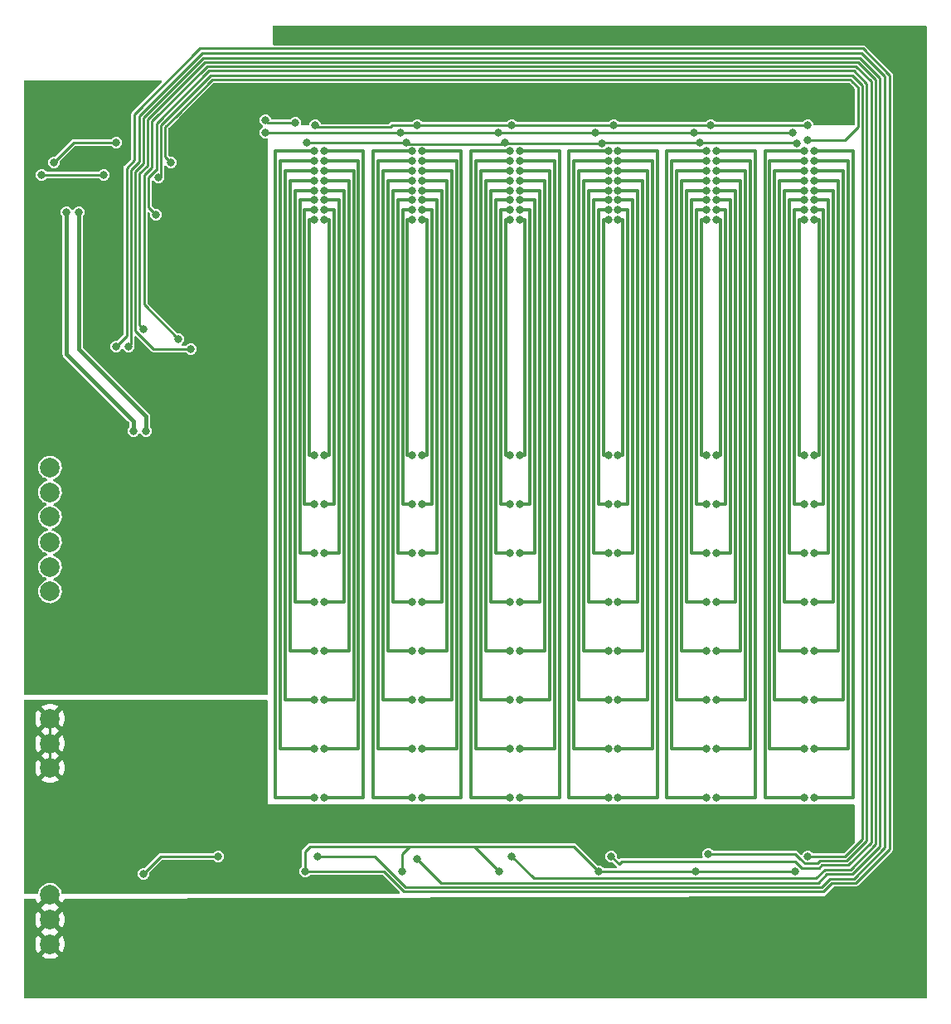
<source format=gbr>
G04 #@! TF.GenerationSoftware,KiCad,Pcbnew,(6.0.9-0)*
G04 #@! TF.CreationDate,2024-06-11T23:07:02+01:00*
G04 #@! TF.ProjectId,RailLed,5261696c-4c65-4642-9e6b-696361645f70,rev?*
G04 #@! TF.SameCoordinates,Original*
G04 #@! TF.FileFunction,Copper,L2,Bot*
G04 #@! TF.FilePolarity,Positive*
%FSLAX46Y46*%
G04 Gerber Fmt 4.6, Leading zero omitted, Abs format (unit mm)*
G04 Created by KiCad (PCBNEW (6.0.9-0)) date 2024-06-11 23:07:02*
%MOMM*%
%LPD*%
G01*
G04 APERTURE LIST*
G04 #@! TA.AperFunction,ComponentPad*
%ADD10C,2.000000*%
G04 #@! TD*
G04 #@! TA.AperFunction,ViaPad*
%ADD11C,0.800000*%
G04 #@! TD*
G04 #@! TA.AperFunction,Conductor*
%ADD12C,0.400000*%
G04 #@! TD*
G04 #@! TA.AperFunction,Conductor*
%ADD13C,0.250000*%
G04 #@! TD*
G04 #@! TA.AperFunction,Conductor*
%ADD14C,0.300000*%
G04 #@! TD*
G04 APERTURE END LIST*
D10*
X25000000Y-101950000D03*
X25000000Y-99460000D03*
X25000000Y-96920000D03*
X25000000Y-76330000D03*
X25000000Y-73840000D03*
X25000000Y-71300000D03*
X25000000Y-83950000D03*
X25000000Y-81460000D03*
X25000000Y-78920000D03*
X25000000Y-119950000D03*
X25000000Y-117460000D03*
X25000000Y-114920000D03*
D11*
X34798000Y-67564000D03*
X27940000Y-45212000D03*
X33528000Y-67564000D03*
X26670000Y-45212000D03*
X28194000Y-68072000D03*
X28194000Y-67056000D03*
X28194000Y-66040000D03*
X28194000Y-65024000D03*
X25146000Y-68072000D03*
X25146000Y-67056000D03*
X25146000Y-66040000D03*
X25146000Y-65024000D03*
X23876000Y-68072000D03*
X23876000Y-67056000D03*
X23876000Y-66040000D03*
X23876000Y-65024000D03*
X25400000Y-40132000D03*
X31750000Y-38100000D03*
X24130000Y-41402000D03*
X30480000Y-41402000D03*
X46990000Y-35814000D03*
X46990000Y-37084000D03*
X37338000Y-40132000D03*
X44450000Y-85852000D03*
X44450000Y-84836000D03*
X44450000Y-83820000D03*
X43434000Y-83820000D03*
X42418000Y-83820000D03*
X31750000Y-120142000D03*
X33782000Y-120142000D03*
X32766000Y-121158000D03*
X33782000Y-118110000D03*
X30734000Y-118110000D03*
X32766000Y-118110000D03*
X32741725Y-119114280D03*
X31750000Y-121158000D03*
X30734000Y-121158000D03*
X32766000Y-120142000D03*
X31750000Y-118110000D03*
X30734000Y-120142000D03*
X33782000Y-119126000D03*
X33782000Y-121158000D03*
X31750000Y-119126000D03*
X30734000Y-119126000D03*
X50292000Y-27178000D03*
X49276000Y-27178000D03*
X48260000Y-27178000D03*
X51308000Y-27178000D03*
X111760000Y-28956000D03*
X113792000Y-28956000D03*
X112776000Y-29972000D03*
X113792000Y-26924000D03*
X110744000Y-26924000D03*
X112776000Y-26924000D03*
X112751725Y-27928280D03*
X111760000Y-29972000D03*
X112776000Y-28956000D03*
X111760000Y-26924000D03*
X110744000Y-28956000D03*
X113792000Y-27940000D03*
X113792000Y-29972000D03*
X111760000Y-27940000D03*
X110744000Y-27940000D03*
X112268000Y-122428000D03*
X111252000Y-122428000D03*
X110236000Y-122428000D03*
X109220000Y-122428000D03*
X112268000Y-121412000D03*
X111252000Y-121412000D03*
X110236000Y-121412000D03*
X109220000Y-121412000D03*
X109220000Y-120396000D03*
X110236000Y-120396000D03*
X111227725Y-120384280D03*
X112268000Y-120396000D03*
X112268000Y-119380000D03*
X111252000Y-119380000D03*
X110236000Y-119380000D03*
X109220000Y-119380000D03*
X31750000Y-58928000D03*
X35814000Y-45466000D03*
X102362000Y-37846000D03*
X87884000Y-34624500D03*
X33020000Y-58928000D03*
X52324000Y-110998000D03*
X39370000Y-59182000D03*
X62484000Y-111252000D03*
X72136000Y-110998000D03*
X34544000Y-57150000D03*
X82296000Y-110998000D03*
X38100000Y-58166000D03*
X92202000Y-110744000D03*
X36068000Y-41656000D03*
X102362000Y-110998000D03*
X90932000Y-112522000D03*
X81026000Y-112522000D03*
X70866000Y-112522000D03*
X60960000Y-112522000D03*
X51054000Y-112522000D03*
X101092000Y-112522000D03*
X97790000Y-34798000D03*
X77724000Y-34798000D03*
X67564000Y-34798000D03*
X57658000Y-34624500D03*
X104648000Y-34798000D03*
X50038000Y-36068000D03*
X52070000Y-36322000D03*
X62484000Y-36322000D03*
X72136000Y-36322000D03*
X82550000Y-36322000D03*
X92456000Y-36322000D03*
X102362000Y-36322000D03*
X34544000Y-112776000D03*
X42164000Y-110998000D03*
X90728800Y-37109400D03*
X80645000Y-37109400D03*
X70815200Y-37109400D03*
X60782200Y-37109400D03*
X100812600Y-37109400D03*
X101295200Y-38201600D03*
X91363800Y-38125400D03*
X81356200Y-38176200D03*
X71475600Y-38074600D03*
X61341000Y-38125400D03*
X51181000Y-38150800D03*
X101727000Y-108051600D03*
X91770200Y-108026200D03*
X81889600Y-108051600D03*
X71805800Y-108000800D03*
X61772000Y-108000000D03*
X51689000Y-107975400D03*
X41757600Y-108026200D03*
X32689800Y-108483400D03*
X103000000Y-70000000D03*
X103000000Y-75000000D03*
X103000000Y-80000000D03*
X103000000Y-85000000D03*
X103000000Y-90000000D03*
X103000000Y-95000000D03*
X103000000Y-100000000D03*
X103000000Y-105000000D03*
X102000000Y-70000000D03*
X102000000Y-75000000D03*
X102000000Y-80000000D03*
X102000000Y-85000000D03*
X102000000Y-90000000D03*
X102000000Y-95000000D03*
X102000000Y-100000000D03*
X102000000Y-105000000D03*
X93000000Y-70000000D03*
X93000000Y-75000000D03*
X93000000Y-80000000D03*
X93000000Y-85000000D03*
X93000000Y-90000000D03*
X93000000Y-95000000D03*
X93000000Y-100000000D03*
X93000000Y-105000000D03*
X92000000Y-70000000D03*
X92000000Y-75000000D03*
X92000000Y-80000000D03*
X92000000Y-85000000D03*
X92000000Y-90000000D03*
X92000000Y-95000000D03*
X92000000Y-100000000D03*
X92000000Y-105000000D03*
X83000000Y-70000000D03*
X83000000Y-75000000D03*
X83000000Y-80000000D03*
X83000000Y-85000000D03*
X83000000Y-90000000D03*
X83000000Y-95000000D03*
X83000000Y-100000000D03*
X83000000Y-105000000D03*
X82000000Y-70000000D03*
X82000000Y-75000000D03*
X82000000Y-80000000D03*
X82000000Y-85000000D03*
X82000000Y-90000000D03*
X82000000Y-95000000D03*
X82000000Y-100000000D03*
X82000000Y-105000000D03*
X73000000Y-70000000D03*
X73000000Y-75000000D03*
X73000000Y-80000000D03*
X73000000Y-85000000D03*
X73000000Y-90000000D03*
X73000000Y-95000000D03*
X73000000Y-100000000D03*
X73000000Y-105000000D03*
X72000000Y-70000000D03*
X72000000Y-75000000D03*
X72000000Y-80000000D03*
X72000000Y-85000000D03*
X72000000Y-90000000D03*
X72000000Y-95000000D03*
X72000000Y-100000000D03*
X72000000Y-105000000D03*
X63000000Y-70000000D03*
X63000000Y-75000000D03*
X63000000Y-80000000D03*
X63000000Y-85000000D03*
X63000000Y-90000000D03*
X63000000Y-95000000D03*
X63000000Y-100000000D03*
X63000000Y-105000000D03*
X62000000Y-70000000D03*
X62000000Y-75000000D03*
X62000000Y-80000000D03*
X62000000Y-85000000D03*
X62000000Y-90000000D03*
X62000000Y-95000000D03*
X62000000Y-100000000D03*
X62000000Y-105000000D03*
X53000000Y-70000000D03*
X53000000Y-75000000D03*
X53000000Y-80000000D03*
X53000000Y-85000000D03*
X53000000Y-90000000D03*
X53000000Y-95000000D03*
X53000000Y-100000000D03*
X53000000Y-105000000D03*
X52000000Y-70000000D03*
X52000000Y-75000000D03*
X52000000Y-80000000D03*
X52000000Y-85000000D03*
X52000000Y-90000000D03*
X52000000Y-95000000D03*
X52000000Y-100000000D03*
X52000000Y-105000000D03*
X103000000Y-46000000D03*
X102000000Y-46000000D03*
X103000000Y-45000000D03*
X102000000Y-45000000D03*
X103000000Y-44000000D03*
X102000000Y-44000000D03*
X103000000Y-43000000D03*
X102000000Y-43000000D03*
X103000000Y-42000000D03*
X102000000Y-42000000D03*
X103000000Y-41000000D03*
X102000000Y-41000000D03*
X103000000Y-40000000D03*
X102000000Y-40000000D03*
X103000000Y-39000000D03*
X102000000Y-39000000D03*
X93000000Y-46000000D03*
X92000000Y-46000000D03*
X93000000Y-45000000D03*
X92000000Y-45000000D03*
X93000000Y-44000000D03*
X92000000Y-44000000D03*
X93000000Y-43000000D03*
X92000000Y-43000000D03*
X93000000Y-42000000D03*
X92000000Y-42000000D03*
X93000000Y-41000000D03*
X92000000Y-41000000D03*
X93000000Y-40000000D03*
X92000000Y-40000000D03*
X93000000Y-39000000D03*
X92000000Y-39000000D03*
X83000000Y-46000000D03*
X82000000Y-46000000D03*
X83000000Y-45000000D03*
X82000000Y-45000000D03*
X83000000Y-44000000D03*
X82000000Y-44000000D03*
X83000000Y-43000000D03*
X82000000Y-43000000D03*
X83000000Y-42000000D03*
X82000000Y-42000000D03*
X83000000Y-41000000D03*
X82000000Y-41000000D03*
X83000000Y-40000000D03*
X82000000Y-40000000D03*
X83000000Y-39000000D03*
X82000000Y-39000000D03*
X73000000Y-46000000D03*
X72000000Y-46000000D03*
X73000000Y-45000000D03*
X72000000Y-45000000D03*
X73000000Y-44000000D03*
X72000000Y-44000000D03*
X73000000Y-43000000D03*
X72000000Y-43000000D03*
X73000000Y-42000000D03*
X72000000Y-42000000D03*
X73000000Y-41000000D03*
X72000000Y-41000000D03*
X73000000Y-40000000D03*
X72000000Y-40000000D03*
X73000000Y-39000000D03*
X72000000Y-39000000D03*
X63000000Y-46000000D03*
X62000000Y-46000000D03*
X63000000Y-45000000D03*
X62000000Y-45000000D03*
X63000000Y-44000000D03*
X62000000Y-44000000D03*
X63000000Y-43000000D03*
X62000000Y-43000000D03*
X63000000Y-42000000D03*
X62000000Y-42000000D03*
X63000000Y-41000000D03*
X62000000Y-41000000D03*
X63000000Y-40000000D03*
X62000000Y-40000000D03*
X63000000Y-39000000D03*
X62000000Y-39000000D03*
X53000000Y-46000000D03*
X52000000Y-46000000D03*
X53000000Y-45000000D03*
X52000000Y-45000000D03*
X53000000Y-44000000D03*
X52000000Y-44000000D03*
X53000000Y-43000000D03*
X52000000Y-43000000D03*
X53000000Y-42000000D03*
X52000000Y-42000000D03*
X53000000Y-41000000D03*
X52000000Y-41000000D03*
X53000000Y-40000000D03*
X52000000Y-40000000D03*
X53000000Y-39000000D03*
X52000000Y-39000000D03*
D12*
X34798000Y-66040000D02*
X34798000Y-67564000D01*
X34036000Y-65278000D02*
X34798000Y-66040000D01*
X27940000Y-45212000D02*
X27940000Y-59182000D01*
X27940000Y-59182000D02*
X34036000Y-65278000D01*
X33528000Y-66548000D02*
X33528000Y-67564000D01*
X26670000Y-45212000D02*
X26670000Y-59690000D01*
X26670000Y-59690000D02*
X33274000Y-66294000D01*
X33274000Y-66294000D02*
X33528000Y-66548000D01*
D13*
X43180000Y-68580000D02*
X43180000Y-83566000D01*
X43180000Y-68580000D02*
X25654000Y-68580000D01*
X43180000Y-67310000D02*
X43180000Y-68580000D01*
X25654000Y-68580000D02*
X25146000Y-68072000D01*
X31750000Y-38100000D02*
X27432000Y-38100000D01*
X27432000Y-38100000D02*
X25400000Y-40132000D01*
X30480000Y-41402000D02*
X24130000Y-41402000D01*
X47244000Y-36068000D02*
X46990000Y-35814000D01*
X47752000Y-36068000D02*
X47244000Y-36068000D01*
X47015400Y-37109400D02*
X46990000Y-37084000D01*
X48818800Y-37109400D02*
X47015400Y-37109400D01*
X36772000Y-39116000D02*
X36772000Y-39566000D01*
X36772000Y-39566000D02*
X37338000Y-40132000D01*
X107500000Y-34798000D02*
X107500000Y-32444396D01*
X104394000Y-31692000D02*
X68326000Y-31692000D01*
X102362000Y-37846000D02*
X106172000Y-37846000D01*
X41588396Y-31692000D02*
X37910198Y-35370198D01*
X107500000Y-32444396D02*
X106869802Y-31814198D01*
X68326000Y-31692000D02*
X48260000Y-31692000D01*
X107442000Y-36576000D02*
X107500000Y-36518000D01*
X48260000Y-31692000D02*
X41588396Y-31692000D01*
X107500000Y-36518000D02*
X107500000Y-34798000D01*
X106869802Y-31814198D02*
X106747604Y-31692000D01*
X106747604Y-31692000D02*
X104394000Y-31692000D01*
X106172000Y-37846000D02*
X107442000Y-36576000D01*
X37910198Y-35370198D02*
X36772000Y-36508396D01*
X36772000Y-36508396D02*
X36772000Y-39116000D01*
X43180000Y-83566000D02*
X43434000Y-83820000D01*
X43180000Y-67310000D02*
X44196000Y-66294000D01*
X32802000Y-57876000D02*
X31750000Y-58928000D01*
X51054000Y-112522000D02*
X59053604Y-112522000D01*
X59053604Y-112522000D02*
X61128604Y-114597000D01*
X33622000Y-39894715D02*
X32802000Y-40714715D01*
X61128604Y-114597000D02*
X103971396Y-114597000D01*
X103971396Y-114597000D02*
X104834396Y-113734000D01*
X110744000Y-31233624D02*
X108016376Y-28506000D01*
X104834396Y-113734000D02*
X107254376Y-113734000D01*
X107254376Y-113734000D02*
X110744000Y-110244376D01*
X108016376Y-28506000D02*
X40319624Y-28506000D01*
X110744000Y-110244376D02*
X110744000Y-31233624D01*
X40319624Y-28506000D02*
X33622000Y-35203624D01*
X33622000Y-35203624D02*
X33622000Y-39894715D01*
X32802000Y-40714715D02*
X32802000Y-57876000D01*
X52324000Y-110998000D02*
X58166000Y-110998000D01*
X58166000Y-110998000D02*
X61315000Y-114147000D01*
X110236000Y-83058000D02*
X110200000Y-83022000D01*
X34072000Y-40081111D02*
X33252000Y-40901111D01*
X61315000Y-114147000D02*
X103785000Y-114147000D01*
X103785000Y-114147000D02*
X104648000Y-113284000D01*
X104648000Y-113284000D02*
X107067980Y-113284000D01*
X107067980Y-113284000D02*
X110236000Y-110115980D01*
X110200000Y-83022000D02*
X110200000Y-31326020D01*
X40506020Y-28956000D02*
X34072000Y-35390020D01*
X33252000Y-40901111D02*
X33252000Y-58696000D01*
X110236000Y-110115980D02*
X110236000Y-83058000D01*
X110200000Y-31326020D02*
X107829980Y-28956000D01*
X107829980Y-28956000D02*
X40506020Y-28956000D01*
X34072000Y-35390020D02*
X34072000Y-40081111D01*
X33252000Y-58696000D02*
X33020000Y-58928000D01*
X62484000Y-111252000D02*
X64929000Y-113697000D01*
X64929000Y-113697000D02*
X103427396Y-113697000D01*
X103427396Y-113697000D02*
X104326396Y-112798000D01*
X104326396Y-112798000D02*
X106917584Y-112798000D01*
X106917584Y-112798000D02*
X109750000Y-109965584D01*
X33702000Y-57333305D02*
X35550695Y-59182000D01*
X109750000Y-109965584D02*
X109750000Y-31512416D01*
X109750000Y-31512416D02*
X107679584Y-29442000D01*
X107679584Y-29442000D02*
X40656416Y-29442000D01*
X40656416Y-29442000D02*
X34522000Y-35576416D01*
X34522000Y-35576416D02*
X34522000Y-40267507D01*
X34522000Y-40267507D02*
X33702000Y-41087507D01*
X33702000Y-41087507D02*
X33702000Y-57333305D01*
X35550695Y-59182000D02*
X39370000Y-59182000D01*
X72136000Y-110998000D02*
X74385000Y-113247000D01*
X74385000Y-113247000D02*
X103241000Y-113247000D01*
X103241000Y-113247000D02*
X104140000Y-112348000D01*
X104140000Y-112348000D02*
X106731188Y-112348000D01*
X106731188Y-112348000D02*
X109300000Y-109779188D01*
X109300000Y-109779188D02*
X109300000Y-31698812D01*
X109300000Y-31698812D02*
X107493188Y-29892000D01*
X34152000Y-56758000D02*
X34544000Y-57150000D01*
X107493188Y-29892000D02*
X40842812Y-29892000D01*
X40842812Y-29892000D02*
X34972000Y-35762812D01*
X34972000Y-35762812D02*
X34972000Y-40453903D01*
X34972000Y-40453903D02*
X34152000Y-41273903D01*
X34152000Y-41273903D02*
X34152000Y-56758000D01*
X82296000Y-110998000D02*
X83095000Y-111797000D01*
X83095000Y-111797000D02*
X83386000Y-111506000D01*
X108850000Y-31885208D02*
X107306792Y-30342000D01*
X107306792Y-30342000D02*
X41029208Y-30342000D01*
X106544792Y-111898000D02*
X108850000Y-109592792D01*
X101101305Y-111506000D02*
X101768305Y-112173000D01*
X101768305Y-112173000D02*
X103543396Y-112173000D01*
X103543396Y-112173000D02*
X103818396Y-111898000D01*
X35422000Y-40640299D02*
X34602000Y-41460299D01*
X103818396Y-111898000D02*
X106544792Y-111898000D01*
X108850000Y-109592792D02*
X108850000Y-31885208D01*
X83386000Y-111506000D02*
X101101305Y-111506000D01*
X41029208Y-30342000D02*
X35422000Y-35949208D01*
X35422000Y-35949208D02*
X35422000Y-40640299D01*
X34602000Y-41460299D02*
X34602000Y-54668000D01*
X34602000Y-54668000D02*
X38100000Y-58166000D01*
X92202000Y-110744000D02*
X101092000Y-110744000D01*
X103357000Y-111723000D02*
X103632000Y-111448000D01*
X101092000Y-110744000D02*
X101600000Y-111252000D01*
X35872000Y-36135604D02*
X35872000Y-40894000D01*
X101600000Y-111252000D02*
X101600000Y-111261305D01*
X101600000Y-111261305D02*
X102061695Y-111723000D01*
X35872000Y-40894000D02*
X35804695Y-40894000D01*
X103632000Y-111448000D02*
X106358396Y-111448000D01*
X35052000Y-41656000D02*
X35052000Y-44704000D01*
X102061695Y-111723000D02*
X103357000Y-111723000D01*
X106358396Y-111448000D02*
X108400000Y-109406396D01*
X108400000Y-32071604D02*
X107120396Y-30792000D01*
X107120396Y-30792000D02*
X41215604Y-30792000D01*
X108400000Y-109406396D02*
X108400000Y-32071604D01*
X41215604Y-30792000D02*
X35872000Y-36135604D01*
X35804695Y-40894000D02*
X35343000Y-41355695D01*
X35343000Y-41355695D02*
X35343000Y-41365000D01*
X35343000Y-41365000D02*
X35052000Y-41656000D01*
X35052000Y-44704000D02*
X35814000Y-45466000D01*
X40640000Y-32004000D02*
X39116000Y-33528000D01*
X102362000Y-110998000D02*
X106172000Y-110998000D01*
X106934000Y-31242000D02*
X41402000Y-31242000D01*
X106172000Y-110998000D02*
X107950000Y-109220000D01*
X107950000Y-109220000D02*
X107950000Y-32258000D01*
X107950000Y-32258000D02*
X106934000Y-31242000D01*
X41402000Y-31242000D02*
X40640000Y-32004000D01*
X51054000Y-110490000D02*
X51562000Y-109982000D01*
X51054000Y-112522000D02*
X51054000Y-110490000D01*
X61722000Y-109982000D02*
X61976000Y-109982000D01*
X61976000Y-109982000D02*
X68072000Y-109982000D01*
X51562000Y-109982000D02*
X61976000Y-109982000D01*
X68072000Y-109982000D02*
X68326000Y-109982000D01*
X78486000Y-109982000D02*
X68072000Y-109982000D01*
X81026000Y-112522000D02*
X78486000Y-109982000D01*
X60960000Y-110744000D02*
X61722000Y-109982000D01*
X60960000Y-112522000D02*
X60960000Y-110744000D01*
X68326000Y-109982000D02*
X70866000Y-112522000D01*
X87884000Y-34624500D02*
X87630000Y-34370500D01*
X97536000Y-33020000D02*
X87630000Y-33020000D01*
X87630000Y-33020000D02*
X77724000Y-33020000D01*
X87630000Y-34370500D02*
X87630000Y-33020000D01*
X39116000Y-33528000D02*
X36322000Y-36322000D01*
X36322000Y-41656000D02*
X36068000Y-41656000D01*
X36322000Y-36322000D02*
X36322000Y-41656000D01*
X101092000Y-112522000D02*
X90932000Y-112522000D01*
X90932000Y-112522000D02*
X81026000Y-112522000D01*
X97790000Y-34798000D02*
X97790000Y-33274000D01*
X103632000Y-33020000D02*
X97536000Y-33020000D01*
X97790000Y-33274000D02*
X97536000Y-33020000D01*
X77724000Y-34798000D02*
X77724000Y-33020000D01*
X77724000Y-33020000D02*
X67818000Y-33020000D01*
X67564000Y-34798000D02*
X67818000Y-34544000D01*
X67818000Y-34544000D02*
X67818000Y-33020000D01*
X67818000Y-33020000D02*
X57658000Y-33020000D01*
X57658000Y-33020000D02*
X48758695Y-33020000D01*
X57658000Y-34624500D02*
X57658000Y-33020000D01*
X103632000Y-33782000D02*
X103632000Y-33020000D01*
X104648000Y-34798000D02*
X103632000Y-33782000D01*
X48758695Y-33020000D02*
X48250695Y-33528000D01*
X48250695Y-33528000D02*
X45212000Y-33528000D01*
X45212000Y-33528000D02*
X44196000Y-34544000D01*
X44196000Y-34544000D02*
X44196000Y-66294000D01*
X50038000Y-36068000D02*
X47752000Y-36068000D01*
X52070000Y-36322000D02*
X52287000Y-36539000D01*
X52287000Y-36539000D02*
X59727000Y-36539000D01*
X59727000Y-36539000D02*
X59944000Y-36322000D01*
X59944000Y-36322000D02*
X62484000Y-36322000D01*
X62484000Y-36322000D02*
X72136000Y-36322000D01*
X72136000Y-36322000D02*
X82550000Y-36322000D01*
X92456000Y-36322000D02*
X82550000Y-36322000D01*
X102362000Y-36322000D02*
X92456000Y-36322000D01*
X25000000Y-96920000D02*
X25000000Y-99460000D01*
X25000000Y-101950000D02*
X25000000Y-99460000D01*
X36322000Y-110998000D02*
X34544000Y-112776000D01*
X42164000Y-110998000D02*
X36322000Y-110998000D01*
X100812600Y-37109400D02*
X90728800Y-37109400D01*
X90728800Y-37109400D02*
X80645000Y-37109400D01*
X80645000Y-37109400D02*
X70815200Y-37109400D01*
X70815200Y-37109400D02*
X60782200Y-37109400D01*
X60782200Y-37109400D02*
X48818800Y-37109400D01*
X101219000Y-38125400D02*
X91363800Y-38125400D01*
X101295200Y-38201600D02*
X101219000Y-38125400D01*
X91363800Y-38125400D02*
X81407000Y-38125400D01*
X81407000Y-38125400D02*
X81356200Y-38176200D01*
X81356200Y-38176200D02*
X71577200Y-38176200D01*
X71577200Y-38176200D02*
X71475600Y-38074600D01*
X71275200Y-38275000D02*
X61490600Y-38275000D01*
X61490600Y-38275000D02*
X61341000Y-38125400D01*
X71475600Y-38074600D02*
X71275200Y-38275000D01*
X51181000Y-38150800D02*
X61315600Y-38150800D01*
X61315600Y-38150800D02*
X61341000Y-38125400D01*
X101727000Y-108051600D02*
X101650800Y-107975400D01*
X101650800Y-107975400D02*
X91821000Y-107975400D01*
X91821000Y-107975400D02*
X91770200Y-108026200D01*
X91770200Y-108026200D02*
X81915000Y-108026200D01*
X81915000Y-108026200D02*
X81889600Y-108051600D01*
X81889600Y-108051600D02*
X81838800Y-108000800D01*
X81838800Y-108000800D02*
X71805800Y-108000800D01*
X71805800Y-108000800D02*
X61772800Y-108000800D01*
X61772800Y-108000800D02*
X61772000Y-108000000D01*
X61772000Y-108000000D02*
X51713600Y-108000000D01*
X51713600Y-108000000D02*
X51689000Y-107975400D01*
X51638200Y-108026200D02*
X41757600Y-108026200D01*
X51689000Y-107975400D02*
X51638200Y-108026200D01*
X33147000Y-108026200D02*
X32689800Y-108483400D01*
X32689800Y-108483400D02*
X31533400Y-108483400D01*
X31533400Y-108483400D02*
X25000000Y-101950000D01*
D14*
X103500000Y-46000000D02*
X103000000Y-46000000D01*
X103500000Y-70000000D02*
X103500000Y-46000000D01*
X103000000Y-70000000D02*
X103500000Y-70000000D01*
X104000000Y-45000000D02*
X103000000Y-45000000D01*
X104000000Y-75000000D02*
X104000000Y-45000000D01*
X103000000Y-75000000D02*
X104000000Y-75000000D01*
X104500000Y-44000000D02*
X103000000Y-44000000D01*
X104500000Y-80000000D02*
X104500000Y-44000000D01*
X103000000Y-80000000D02*
X104500000Y-80000000D01*
X105000000Y-43000000D02*
X103000000Y-43000000D01*
X105000000Y-85000000D02*
X105000000Y-43000000D01*
X103000000Y-85000000D02*
X105000000Y-85000000D01*
X105500000Y-42000000D02*
X103000000Y-42000000D01*
X105500000Y-90000000D02*
X105500000Y-42000000D01*
X103000000Y-90000000D02*
X105500000Y-90000000D01*
X106000000Y-41000000D02*
X103000000Y-41000000D01*
X106000000Y-95000000D02*
X106000000Y-41000000D01*
X103000000Y-95000000D02*
X106000000Y-95000000D01*
X106500000Y-40000000D02*
X103000000Y-40000000D01*
X106500000Y-100000000D02*
X106500000Y-40000000D01*
X103000000Y-100000000D02*
X106500000Y-100000000D01*
X107000000Y-39000000D02*
X103000000Y-39000000D01*
X107000000Y-105000000D02*
X107000000Y-39000000D01*
X103000000Y-105000000D02*
X107000000Y-105000000D01*
X101500000Y-46000000D02*
X102000000Y-46000000D01*
X101500000Y-70000000D02*
X101500000Y-46000000D01*
X102000000Y-70000000D02*
X101500000Y-70000000D01*
X101000000Y-45000000D02*
X102000000Y-45000000D01*
X101000000Y-75000000D02*
X101000000Y-45000000D01*
X102000000Y-75000000D02*
X101000000Y-75000000D01*
X100500000Y-44000000D02*
X102000000Y-44000000D01*
X100500000Y-80000000D02*
X100500000Y-44000000D01*
X102000000Y-80000000D02*
X100500000Y-80000000D01*
X100000000Y-43000000D02*
X102000000Y-43000000D01*
X100000000Y-85000000D02*
X100000000Y-43000000D01*
X102000000Y-85000000D02*
X100000000Y-85000000D01*
X99500000Y-42000000D02*
X102000000Y-42000000D01*
X99500000Y-90000000D02*
X99500000Y-42000000D01*
X102000000Y-90000000D02*
X99500000Y-90000000D01*
X99000000Y-41000000D02*
X102000000Y-41000000D01*
X99000000Y-95000000D02*
X99000000Y-41000000D01*
X102000000Y-95000000D02*
X99000000Y-95000000D01*
X98500000Y-40000000D02*
X102000000Y-40000000D01*
X98500000Y-100000000D02*
X98500000Y-40000000D01*
X102000000Y-100000000D02*
X98500000Y-100000000D01*
X98000000Y-39000000D02*
X102000000Y-39000000D01*
X98000000Y-105000000D02*
X98000000Y-39000000D01*
X102000000Y-105000000D02*
X98000000Y-105000000D01*
X93500000Y-46000000D02*
X93000000Y-46000000D01*
X93500000Y-70000000D02*
X93500000Y-46000000D01*
X93000000Y-70000000D02*
X93500000Y-70000000D01*
X94000000Y-45000000D02*
X93000000Y-45000000D01*
X94000000Y-75000000D02*
X94000000Y-45000000D01*
X93000000Y-75000000D02*
X94000000Y-75000000D01*
X94500000Y-44000000D02*
X93000000Y-44000000D01*
X94500000Y-80000000D02*
X94500000Y-44000000D01*
X93000000Y-80000000D02*
X94500000Y-80000000D01*
X95000000Y-43000000D02*
X93000000Y-43000000D01*
X95000000Y-85000000D02*
X95000000Y-43000000D01*
X93000000Y-85000000D02*
X95000000Y-85000000D01*
X95500000Y-42000000D02*
X93000000Y-42000000D01*
X95500000Y-90000000D02*
X95500000Y-42000000D01*
X93000000Y-90000000D02*
X95500000Y-90000000D01*
X96000000Y-41000000D02*
X93000000Y-41000000D01*
X96000000Y-95000000D02*
X96000000Y-41000000D01*
X93000000Y-95000000D02*
X96000000Y-95000000D01*
X96500000Y-40000000D02*
X93000000Y-40000000D01*
X96500000Y-100000000D02*
X96500000Y-40000000D01*
X93000000Y-100000000D02*
X96500000Y-100000000D01*
X97000000Y-39000000D02*
X93000000Y-39000000D01*
X97000000Y-105000000D02*
X97000000Y-39000000D01*
X93000000Y-105000000D02*
X97000000Y-105000000D01*
X91500000Y-46000000D02*
X92000000Y-46000000D01*
X91500000Y-70000000D02*
X91500000Y-46000000D01*
X92000000Y-70000000D02*
X91500000Y-70000000D01*
X91000000Y-45000000D02*
X92000000Y-45000000D01*
X91000000Y-75000000D02*
X91000000Y-45000000D01*
X92000000Y-75000000D02*
X91000000Y-75000000D01*
X90500000Y-44000000D02*
X92000000Y-44000000D01*
X90500000Y-80000000D02*
X90500000Y-44000000D01*
X92000000Y-80000000D02*
X90500000Y-80000000D01*
X90000000Y-43000000D02*
X92000000Y-43000000D01*
X90000000Y-85000000D02*
X90000000Y-43000000D01*
X92000000Y-85000000D02*
X90000000Y-85000000D01*
X89500000Y-42000000D02*
X92000000Y-42000000D01*
X89500000Y-90000000D02*
X89500000Y-42000000D01*
X92000000Y-90000000D02*
X89500000Y-90000000D01*
X89000000Y-41000000D02*
X92000000Y-41000000D01*
X89000000Y-95000000D02*
X89000000Y-41000000D01*
X92000000Y-95000000D02*
X89000000Y-95000000D01*
X88500000Y-40000000D02*
X92000000Y-40000000D01*
X88500000Y-100000000D02*
X88500000Y-40000000D01*
X92000000Y-100000000D02*
X88500000Y-100000000D01*
X88000000Y-39000000D02*
X92000000Y-39000000D01*
X88000000Y-105000000D02*
X88000000Y-39000000D01*
X92000000Y-105000000D02*
X88000000Y-105000000D01*
X83500000Y-46000000D02*
X83000000Y-46000000D01*
X83500000Y-70000000D02*
X83500000Y-46000000D01*
X83000000Y-70000000D02*
X83500000Y-70000000D01*
X84000000Y-45000000D02*
X83000000Y-45000000D01*
X84000000Y-75000000D02*
X84000000Y-45000000D01*
X83000000Y-75000000D02*
X84000000Y-75000000D01*
X84500000Y-44000000D02*
X83000000Y-44000000D01*
X84500000Y-80000000D02*
X84500000Y-44000000D01*
X83000000Y-80000000D02*
X84500000Y-80000000D01*
X85000000Y-43000000D02*
X83000000Y-43000000D01*
X85000000Y-85000000D02*
X85000000Y-43000000D01*
X83000000Y-85000000D02*
X85000000Y-85000000D01*
X85500000Y-42000000D02*
X83000000Y-42000000D01*
X85500000Y-90000000D02*
X85500000Y-42000000D01*
X83000000Y-90000000D02*
X85500000Y-90000000D01*
X86000000Y-41000000D02*
X83000000Y-41000000D01*
X86000000Y-95000000D02*
X86000000Y-41000000D01*
X83000000Y-95000000D02*
X86000000Y-95000000D01*
X86500000Y-40000000D02*
X83000000Y-40000000D01*
X86500000Y-100000000D02*
X86500000Y-40000000D01*
X83000000Y-100000000D02*
X86500000Y-100000000D01*
X87000000Y-39000000D02*
X83000000Y-39000000D01*
X87000000Y-105000000D02*
X87000000Y-39000000D01*
X83000000Y-105000000D02*
X87000000Y-105000000D01*
X81500000Y-46000000D02*
X82000000Y-46000000D01*
X81500000Y-70000000D02*
X81500000Y-46000000D01*
X82000000Y-70000000D02*
X81500000Y-70000000D01*
X81000000Y-45000000D02*
X82000000Y-45000000D01*
X81000000Y-75000000D02*
X81000000Y-45000000D01*
X82000000Y-75000000D02*
X81000000Y-75000000D01*
X80500000Y-44000000D02*
X82000000Y-44000000D01*
X80500000Y-80000000D02*
X80500000Y-44000000D01*
X82000000Y-80000000D02*
X80500000Y-80000000D01*
X80000000Y-43000000D02*
X82000000Y-43000000D01*
X80000000Y-85000000D02*
X80000000Y-43000000D01*
X82000000Y-85000000D02*
X80000000Y-85000000D01*
X79500000Y-42000000D02*
X82000000Y-42000000D01*
X79500000Y-90000000D02*
X79500000Y-42000000D01*
X82000000Y-90000000D02*
X79500000Y-90000000D01*
X79000000Y-41000000D02*
X82000000Y-41000000D01*
X79000000Y-95000000D02*
X79000000Y-41000000D01*
X82000000Y-95000000D02*
X79000000Y-95000000D01*
X78500000Y-40000000D02*
X82000000Y-40000000D01*
X78500000Y-100000000D02*
X78500000Y-40000000D01*
X82000000Y-100000000D02*
X78500000Y-100000000D01*
X78000000Y-39000000D02*
X82000000Y-39000000D01*
X78000000Y-105000000D02*
X78000000Y-39000000D01*
X82000000Y-105000000D02*
X78000000Y-105000000D01*
X73500000Y-46000000D02*
X73000000Y-46000000D01*
X73500000Y-70000000D02*
X73500000Y-46000000D01*
X73000000Y-70000000D02*
X73500000Y-70000000D01*
X74000000Y-45000000D02*
X73000000Y-45000000D01*
X74000000Y-75000000D02*
X74000000Y-45000000D01*
X73000000Y-75000000D02*
X74000000Y-75000000D01*
X74500000Y-44000000D02*
X73000000Y-44000000D01*
X74500000Y-80000000D02*
X74500000Y-44000000D01*
X73000000Y-80000000D02*
X74500000Y-80000000D01*
X75000000Y-43000000D02*
X73000000Y-43000000D01*
X75000000Y-85000000D02*
X75000000Y-43000000D01*
X73000000Y-85000000D02*
X75000000Y-85000000D01*
X75500000Y-42000000D02*
X73000000Y-42000000D01*
X75500000Y-90000000D02*
X75500000Y-42000000D01*
X73000000Y-90000000D02*
X75500000Y-90000000D01*
X76000000Y-41000000D02*
X73000000Y-41000000D01*
X76000000Y-95000000D02*
X76000000Y-41000000D01*
X73000000Y-95000000D02*
X76000000Y-95000000D01*
X76500000Y-40000000D02*
X73000000Y-40000000D01*
X76500000Y-100000000D02*
X76500000Y-40000000D01*
X73000000Y-100000000D02*
X76500000Y-100000000D01*
X77000000Y-39000000D02*
X73000000Y-39000000D01*
X77000000Y-105000000D02*
X77000000Y-39000000D01*
X73000000Y-105000000D02*
X77000000Y-105000000D01*
X71500000Y-46000000D02*
X72000000Y-46000000D01*
X71500000Y-70000000D02*
X71500000Y-46000000D01*
X72000000Y-70000000D02*
X71500000Y-70000000D01*
X71000000Y-45000000D02*
X72000000Y-45000000D01*
X71000000Y-75000000D02*
X71000000Y-45000000D01*
X72000000Y-75000000D02*
X71000000Y-75000000D01*
X70500000Y-44000000D02*
X72000000Y-44000000D01*
X70500000Y-80000000D02*
X70500000Y-44000000D01*
X72000000Y-80000000D02*
X70500000Y-80000000D01*
X70000000Y-43000000D02*
X72000000Y-43000000D01*
X70000000Y-85000000D02*
X70000000Y-43000000D01*
X72000000Y-85000000D02*
X70000000Y-85000000D01*
X69500000Y-42000000D02*
X72000000Y-42000000D01*
X69500000Y-90000000D02*
X69500000Y-42000000D01*
X72000000Y-90000000D02*
X69500000Y-90000000D01*
X69000000Y-41000000D02*
X72000000Y-41000000D01*
X69000000Y-95000000D02*
X69000000Y-41000000D01*
X72000000Y-95000000D02*
X69000000Y-95000000D01*
X68500000Y-40000000D02*
X72000000Y-40000000D01*
X68500000Y-100000000D02*
X68500000Y-40000000D01*
X72000000Y-100000000D02*
X68500000Y-100000000D01*
X68000000Y-39000000D02*
X72000000Y-39000000D01*
X68000000Y-105000000D02*
X68000000Y-39000000D01*
X72000000Y-105000000D02*
X68000000Y-105000000D01*
X63500000Y-46000000D02*
X63000000Y-46000000D01*
X63500000Y-70000000D02*
X63500000Y-46000000D01*
X63000000Y-70000000D02*
X63500000Y-70000000D01*
X64000000Y-45000000D02*
X63000000Y-45000000D01*
X64000000Y-75000000D02*
X64000000Y-45000000D01*
X63000000Y-75000000D02*
X64000000Y-75000000D01*
X64500000Y-44000000D02*
X63000000Y-44000000D01*
X64500000Y-80000000D02*
X64500000Y-44000000D01*
X63000000Y-80000000D02*
X64500000Y-80000000D01*
X65000000Y-43000000D02*
X63000000Y-43000000D01*
X65000000Y-85000000D02*
X65000000Y-43000000D01*
X63000000Y-85000000D02*
X65000000Y-85000000D01*
X65500000Y-42000000D02*
X63000000Y-42000000D01*
X65500000Y-90000000D02*
X65500000Y-42000000D01*
X63000000Y-90000000D02*
X65500000Y-90000000D01*
X66000000Y-41000000D02*
X63000000Y-41000000D01*
X66000000Y-95000000D02*
X66000000Y-41000000D01*
X63000000Y-95000000D02*
X66000000Y-95000000D01*
X66500000Y-40000000D02*
X63000000Y-40000000D01*
X66500000Y-100000000D02*
X66500000Y-40000000D01*
X63000000Y-100000000D02*
X66500000Y-100000000D01*
X67000000Y-39000000D02*
X63000000Y-39000000D01*
X67000000Y-105000000D02*
X67000000Y-39000000D01*
X63000000Y-105000000D02*
X67000000Y-105000000D01*
X61500000Y-46000000D02*
X62000000Y-46000000D01*
X61500000Y-70000000D02*
X61500000Y-46000000D01*
X62000000Y-70000000D02*
X61500000Y-70000000D01*
X61000000Y-45000000D02*
X62000000Y-45000000D01*
X61000000Y-75000000D02*
X61000000Y-45000000D01*
X62000000Y-75000000D02*
X61000000Y-75000000D01*
X60500000Y-44000000D02*
X62000000Y-44000000D01*
X60500000Y-80000000D02*
X60500000Y-44000000D01*
X62000000Y-80000000D02*
X60500000Y-80000000D01*
X60000000Y-43000000D02*
X62000000Y-43000000D01*
X60000000Y-85000000D02*
X60000000Y-43000000D01*
X62000000Y-85000000D02*
X60000000Y-85000000D01*
X59500000Y-42000000D02*
X62000000Y-42000000D01*
X59500000Y-90000000D02*
X59500000Y-42000000D01*
X62000000Y-90000000D02*
X59500000Y-90000000D01*
X59000000Y-41000000D02*
X62000000Y-41000000D01*
X59000000Y-95000000D02*
X59000000Y-41000000D01*
X62000000Y-95000000D02*
X59000000Y-95000000D01*
X58500000Y-40000000D02*
X62000000Y-40000000D01*
X58500000Y-100000000D02*
X58500000Y-40000000D01*
X62000000Y-100000000D02*
X58500000Y-100000000D01*
X58000000Y-39000000D02*
X62000000Y-39000000D01*
X58000000Y-105000000D02*
X58000000Y-39000000D01*
X62000000Y-105000000D02*
X58000000Y-105000000D01*
X53500000Y-46000000D02*
X53000000Y-46000000D01*
X53500000Y-70000000D02*
X53500000Y-46000000D01*
X53000000Y-70000000D02*
X53500000Y-70000000D01*
X54000000Y-45000000D02*
X53000000Y-45000000D01*
X54000000Y-75000000D02*
X54000000Y-45000000D01*
X53000000Y-75000000D02*
X54000000Y-75000000D01*
X54500000Y-44000000D02*
X53000000Y-44000000D01*
X54500000Y-80000000D02*
X54500000Y-44000000D01*
X53000000Y-80000000D02*
X54500000Y-80000000D01*
X55000000Y-43000000D02*
X53000000Y-43000000D01*
X55000000Y-85000000D02*
X55000000Y-43000000D01*
X53000000Y-85000000D02*
X55000000Y-85000000D01*
X55500000Y-42000000D02*
X53000000Y-42000000D01*
X55500000Y-90000000D02*
X55500000Y-42000000D01*
X53000000Y-90000000D02*
X55500000Y-90000000D01*
X56000000Y-41000000D02*
X53000000Y-41000000D01*
X56000000Y-95000000D02*
X56000000Y-41000000D01*
X53000000Y-95000000D02*
X56000000Y-95000000D01*
X56500000Y-40000000D02*
X53000000Y-40000000D01*
X56500000Y-100000000D02*
X56500000Y-40000000D01*
X53000000Y-100000000D02*
X56500000Y-100000000D01*
X57000000Y-39000000D02*
X53000000Y-39000000D01*
X57000000Y-105000000D02*
X57000000Y-39000000D01*
X53000000Y-105000000D02*
X57000000Y-105000000D01*
X51500000Y-46000000D02*
X52000000Y-46000000D01*
X51500000Y-70000000D02*
X51500000Y-46000000D01*
X52000000Y-70000000D02*
X51500000Y-70000000D01*
X51000000Y-45000000D02*
X52000000Y-45000000D01*
X51000000Y-75000000D02*
X51000000Y-45000000D01*
X52000000Y-75000000D02*
X51000000Y-75000000D01*
X50500000Y-44000000D02*
X52000000Y-44000000D01*
X50500000Y-80000000D02*
X50500000Y-44000000D01*
X52000000Y-80000000D02*
X50500000Y-80000000D01*
X50000000Y-43000000D02*
X52000000Y-43000000D01*
X50000000Y-85000000D02*
X50000000Y-43000000D01*
X52000000Y-85000000D02*
X50000000Y-85000000D01*
X49500000Y-42000000D02*
X52000000Y-42000000D01*
X49500000Y-90000000D02*
X49500000Y-42000000D01*
X52000000Y-90000000D02*
X49500000Y-90000000D01*
X49000000Y-41000000D02*
X52000000Y-41000000D01*
X49000000Y-95000000D02*
X49000000Y-41000000D01*
X52000000Y-95000000D02*
X49000000Y-95000000D01*
X48500000Y-40000000D02*
X52000000Y-40000000D01*
X48500000Y-100000000D02*
X48500000Y-40000000D01*
X52000000Y-100000000D02*
X48500000Y-100000000D01*
X48000000Y-39000000D02*
X52000000Y-39000000D01*
X48000000Y-105000000D02*
X48000000Y-39000000D01*
X52000000Y-105000000D02*
X48000000Y-105000000D01*
G04 #@! TA.AperFunction,Conductor*
G36*
X47186121Y-95016002D02*
G01*
X47232614Y-95069658D01*
X47244000Y-95122000D01*
X47244000Y-105664000D01*
X107062000Y-105664000D01*
X107130121Y-105684002D01*
X107176614Y-105737658D01*
X107188000Y-105790000D01*
X107188000Y-109469484D01*
X107167998Y-109537605D01*
X107151095Y-109558579D01*
X106074079Y-110635595D01*
X106011767Y-110669621D01*
X105984984Y-110672500D01*
X102931286Y-110672500D01*
X102863165Y-110652498D01*
X102831323Y-110623204D01*
X102795305Y-110576264D01*
X102790282Y-110569718D01*
X102664841Y-110473464D01*
X102530988Y-110418020D01*
X102526391Y-110416116D01*
X102518762Y-110412956D01*
X102362000Y-110392318D01*
X102205238Y-110412956D01*
X102197609Y-110416116D01*
X102193012Y-110418020D01*
X102059159Y-110473464D01*
X101933718Y-110569718D01*
X101837464Y-110695159D01*
X101834305Y-110702787D01*
X101834302Y-110702791D01*
X101811808Y-110757098D01*
X101767260Y-110812380D01*
X101699897Y-110834801D01*
X101631106Y-110817243D01*
X101606304Y-110797977D01*
X101336104Y-110527778D01*
X101328677Y-110519673D01*
X101320317Y-110509710D01*
X101304455Y-110490806D01*
X101294906Y-110485293D01*
X101271815Y-110471961D01*
X101262544Y-110466055D01*
X101231684Y-110444446D01*
X101221034Y-110441592D01*
X101217866Y-110440115D01*
X101214590Y-110438923D01*
X101205045Y-110433412D01*
X101171301Y-110427462D01*
X101167942Y-110426870D01*
X101157215Y-110424492D01*
X101120807Y-110414736D01*
X101109822Y-110415697D01*
X101109820Y-110415697D01*
X101083272Y-110418020D01*
X101072290Y-110418500D01*
X92771286Y-110418500D01*
X92703165Y-110398498D01*
X92671323Y-110369204D01*
X92635305Y-110322264D01*
X92630282Y-110315718D01*
X92619991Y-110307821D01*
X92511392Y-110224491D01*
X92504841Y-110219464D01*
X92358762Y-110158956D01*
X92202000Y-110138318D01*
X92045238Y-110158956D01*
X91899159Y-110219464D01*
X91892608Y-110224491D01*
X91784010Y-110307821D01*
X91773718Y-110315718D01*
X91768695Y-110322264D01*
X91751706Y-110344405D01*
X91677464Y-110441159D01*
X91616956Y-110587238D01*
X91596318Y-110744000D01*
X91616956Y-110900762D01*
X91620116Y-110908391D01*
X91660664Y-111006282D01*
X91668253Y-111076872D01*
X91636474Y-111140359D01*
X91575416Y-111176586D01*
X91544255Y-111180500D01*
X83405713Y-111180500D01*
X83394732Y-111180021D01*
X83368170Y-111177697D01*
X83368168Y-111177697D01*
X83357193Y-111176737D01*
X83320783Y-111186492D01*
X83310076Y-111188866D01*
X83272955Y-111195412D01*
X83263412Y-111200921D01*
X83260140Y-111202112D01*
X83256967Y-111203592D01*
X83246316Y-111206446D01*
X83215456Y-111228055D01*
X83206185Y-111233961D01*
X83189123Y-111243812D01*
X83173545Y-111252806D01*
X83171026Y-111255808D01*
X83110001Y-111282517D01*
X83039896Y-111271301D01*
X83004952Y-111246626D01*
X82928709Y-111170383D01*
X82894683Y-111108071D01*
X82892882Y-111064842D01*
X82900604Y-111006188D01*
X82901682Y-110998000D01*
X82881044Y-110841238D01*
X82820536Y-110695159D01*
X82724282Y-110569718D01*
X82598841Y-110473464D01*
X82464988Y-110418020D01*
X82460391Y-110416116D01*
X82452762Y-110412956D01*
X82296000Y-110392318D01*
X82139238Y-110412956D01*
X82131609Y-110416116D01*
X82127012Y-110418020D01*
X81993159Y-110473464D01*
X81867718Y-110569718D01*
X81771464Y-110695159D01*
X81710956Y-110841238D01*
X81690318Y-110998000D01*
X81710956Y-111154762D01*
X81771464Y-111300841D01*
X81867718Y-111426282D01*
X81993159Y-111522536D01*
X82139238Y-111583044D01*
X82296000Y-111603682D01*
X82362843Y-111594882D01*
X82432990Y-111605821D01*
X82468383Y-111630709D01*
X82819079Y-111981405D01*
X82853105Y-112043717D01*
X82848040Y-112114532D01*
X82805493Y-112171368D01*
X82738973Y-112196179D01*
X82729984Y-112196500D01*
X81595286Y-112196500D01*
X81527165Y-112176498D01*
X81495323Y-112147204D01*
X81492321Y-112143291D01*
X81454282Y-112093718D01*
X81328841Y-111997464D01*
X81182762Y-111936956D01*
X81026000Y-111916318D01*
X80959159Y-111925118D01*
X80889011Y-111914179D01*
X80853618Y-111889291D01*
X78730110Y-109765784D01*
X78722683Y-109757680D01*
X78705541Y-109737251D01*
X78705542Y-109737251D01*
X78698455Y-109728806D01*
X78688906Y-109723293D01*
X78665815Y-109709961D01*
X78656544Y-109704055D01*
X78625684Y-109682446D01*
X78615034Y-109679592D01*
X78611866Y-109678115D01*
X78608590Y-109676923D01*
X78599045Y-109671412D01*
X78565301Y-109665462D01*
X78561942Y-109664870D01*
X78551215Y-109662492D01*
X78514807Y-109652736D01*
X78503822Y-109653697D01*
X78503820Y-109653697D01*
X78477272Y-109656020D01*
X78466290Y-109656500D01*
X68381361Y-109656500D01*
X68370379Y-109656021D01*
X68365460Y-109655591D01*
X68354807Y-109652736D01*
X68343821Y-109653697D01*
X68343819Y-109653697D01*
X68317272Y-109656020D01*
X68306290Y-109656500D01*
X61741710Y-109656500D01*
X61730728Y-109656020D01*
X61704181Y-109653697D01*
X61704179Y-109653697D01*
X61693193Y-109652736D01*
X61682540Y-109655591D01*
X61677621Y-109656021D01*
X61666639Y-109656500D01*
X51581698Y-109656500D01*
X51570716Y-109656020D01*
X51544180Y-109653698D01*
X51544178Y-109653698D01*
X51533193Y-109652737D01*
X51522543Y-109655591D01*
X51522541Y-109655591D01*
X51496804Y-109662488D01*
X51486069Y-109664868D01*
X51486058Y-109664870D01*
X51448955Y-109671412D01*
X51439407Y-109676924D01*
X51436130Y-109678117D01*
X51432962Y-109679594D01*
X51422316Y-109682447D01*
X51413287Y-109688769D01*
X51391453Y-109704057D01*
X51382185Y-109709961D01*
X51349545Y-109728806D01*
X51342462Y-109737247D01*
X51342461Y-109737248D01*
X51325325Y-109757670D01*
X51317900Y-109765773D01*
X50837778Y-110245896D01*
X50829674Y-110253322D01*
X50800806Y-110277545D01*
X50795293Y-110287094D01*
X50781961Y-110310185D01*
X50776055Y-110319456D01*
X50754446Y-110350316D01*
X50751592Y-110360966D01*
X50750115Y-110364134D01*
X50748923Y-110367410D01*
X50743412Y-110376955D01*
X50737462Y-110410699D01*
X50736870Y-110414058D01*
X50734492Y-110424785D01*
X50724736Y-110461193D01*
X50725697Y-110472178D01*
X50725697Y-110472180D01*
X50728020Y-110498728D01*
X50728500Y-110509710D01*
X50728500Y-111952714D01*
X50708498Y-112020835D01*
X50679204Y-112052677D01*
X50625718Y-112093718D01*
X50529464Y-112219159D01*
X50468956Y-112365238D01*
X50448318Y-112522000D01*
X50468956Y-112678762D01*
X50529464Y-112824841D01*
X50625718Y-112950282D01*
X50751159Y-113046536D01*
X50897238Y-113107044D01*
X51054000Y-113127682D01*
X51062188Y-113126604D01*
X51107961Y-113120578D01*
X51210762Y-113107044D01*
X51356841Y-113046536D01*
X51482282Y-112950282D01*
X51523323Y-112896796D01*
X51580661Y-112854929D01*
X51623286Y-112847500D01*
X58866588Y-112847500D01*
X58934709Y-112867502D01*
X58955683Y-112884405D01*
X60664183Y-114592905D01*
X60698209Y-114655217D01*
X60693144Y-114726032D01*
X60650597Y-114782868D01*
X60584077Y-114807679D01*
X60575088Y-114808000D01*
X26309672Y-114808000D01*
X26241551Y-114787998D01*
X26195058Y-114734342D01*
X26185925Y-114705414D01*
X26185454Y-114700289D01*
X26125565Y-114487936D01*
X26027980Y-114290053D01*
X25895967Y-114113267D01*
X25733949Y-113963499D01*
X25547350Y-113845764D01*
X25342421Y-113764006D01*
X25336761Y-113762880D01*
X25336757Y-113762879D01*
X25131691Y-113722089D01*
X25131688Y-113722089D01*
X25126024Y-113720962D01*
X25120249Y-113720886D01*
X25120245Y-113720886D01*
X25009504Y-113719437D01*
X24905406Y-113718074D01*
X24899709Y-113719053D01*
X24899708Y-113719053D01*
X24693654Y-113754459D01*
X24693653Y-113754459D01*
X24687957Y-113755438D01*
X24480957Y-113831804D01*
X24291341Y-113944614D01*
X24125457Y-114090090D01*
X23988863Y-114263360D01*
X23886131Y-114458620D01*
X23820703Y-114669333D01*
X23820024Y-114675066D01*
X23820024Y-114675068D01*
X23817451Y-114696810D01*
X23789580Y-114762107D01*
X23730832Y-114801971D01*
X23692324Y-114808000D01*
X22478000Y-114808000D01*
X22409879Y-114787998D01*
X22363386Y-114734342D01*
X22352000Y-114682000D01*
X22352000Y-112776000D01*
X33938318Y-112776000D01*
X33958956Y-112932762D01*
X34019464Y-113078841D01*
X34115718Y-113204282D01*
X34241159Y-113300536D01*
X34387238Y-113361044D01*
X34544000Y-113381682D01*
X34552188Y-113380604D01*
X34692574Y-113362122D01*
X34700762Y-113361044D01*
X34846841Y-113300536D01*
X34972282Y-113204282D01*
X35068536Y-113078841D01*
X35129044Y-112932762D01*
X35149682Y-112776000D01*
X35140882Y-112709157D01*
X35151821Y-112639010D01*
X35176709Y-112603617D01*
X36419921Y-111360405D01*
X36482233Y-111326379D01*
X36509016Y-111323500D01*
X41594714Y-111323500D01*
X41662835Y-111343502D01*
X41694677Y-111372796D01*
X41735718Y-111426282D01*
X41861159Y-111522536D01*
X42007238Y-111583044D01*
X42164000Y-111603682D01*
X42172188Y-111602604D01*
X42312574Y-111584122D01*
X42320762Y-111583044D01*
X42466841Y-111522536D01*
X42592282Y-111426282D01*
X42688536Y-111300841D01*
X42749044Y-111154762D01*
X42769682Y-110998000D01*
X42749044Y-110841238D01*
X42688536Y-110695159D01*
X42592282Y-110569718D01*
X42466841Y-110473464D01*
X42332988Y-110418020D01*
X42328391Y-110416116D01*
X42320762Y-110412956D01*
X42164000Y-110392318D01*
X42007238Y-110412956D01*
X41999609Y-110416116D01*
X41995012Y-110418020D01*
X41861159Y-110473464D01*
X41735718Y-110569718D01*
X41730695Y-110576264D01*
X41694677Y-110623204D01*
X41637339Y-110665071D01*
X41594714Y-110672500D01*
X36341710Y-110672500D01*
X36330728Y-110672020D01*
X36304180Y-110669697D01*
X36304178Y-110669697D01*
X36293193Y-110668736D01*
X36256785Y-110678492D01*
X36246058Y-110680870D01*
X36242699Y-110681462D01*
X36208955Y-110687412D01*
X36199410Y-110692923D01*
X36196134Y-110694115D01*
X36192966Y-110695592D01*
X36182316Y-110698446D01*
X36151456Y-110720055D01*
X36142185Y-110725961D01*
X36125123Y-110735812D01*
X36109545Y-110744806D01*
X36102459Y-110753251D01*
X36085315Y-110773682D01*
X36077889Y-110781785D01*
X34716383Y-112143291D01*
X34654071Y-112177317D01*
X34610843Y-112179118D01*
X34544000Y-112170318D01*
X34387238Y-112190956D01*
X34241159Y-112251464D01*
X34115718Y-112347718D01*
X34019464Y-112473159D01*
X33958956Y-112619238D01*
X33938318Y-112776000D01*
X22352000Y-112776000D01*
X22352000Y-103182670D01*
X24132160Y-103182670D01*
X24137887Y-103190320D01*
X24309042Y-103295205D01*
X24317837Y-103299687D01*
X24527988Y-103386734D01*
X24537373Y-103389783D01*
X24758554Y-103442885D01*
X24768301Y-103444428D01*
X24995070Y-103462275D01*
X25004930Y-103462275D01*
X25231699Y-103444428D01*
X25241446Y-103442885D01*
X25462627Y-103389783D01*
X25472012Y-103386734D01*
X25682163Y-103299687D01*
X25690958Y-103295205D01*
X25858445Y-103192568D01*
X25867907Y-103182110D01*
X25864124Y-103173334D01*
X25012812Y-102322022D01*
X24998868Y-102314408D01*
X24997035Y-102314539D01*
X24990420Y-102318790D01*
X24138920Y-103170290D01*
X24132160Y-103182670D01*
X22352000Y-103182670D01*
X22352000Y-101954930D01*
X23487725Y-101954930D01*
X23505572Y-102181699D01*
X23507115Y-102191446D01*
X23560217Y-102412627D01*
X23563266Y-102422012D01*
X23650313Y-102632163D01*
X23654795Y-102640958D01*
X23757432Y-102808445D01*
X23767890Y-102817907D01*
X23776666Y-102814124D01*
X24627978Y-101962812D01*
X24634356Y-101951132D01*
X25364408Y-101951132D01*
X25364539Y-101952965D01*
X25368790Y-101959580D01*
X26220290Y-102811080D01*
X26232670Y-102817840D01*
X26240320Y-102812113D01*
X26345205Y-102640958D01*
X26349687Y-102632163D01*
X26436734Y-102422012D01*
X26439783Y-102412627D01*
X26492885Y-102191446D01*
X26494428Y-102181699D01*
X26512275Y-101954930D01*
X26512275Y-101945070D01*
X26494428Y-101718301D01*
X26492885Y-101708554D01*
X26439783Y-101487373D01*
X26436734Y-101477988D01*
X26349687Y-101267837D01*
X26345205Y-101259042D01*
X26242568Y-101091555D01*
X26232110Y-101082093D01*
X26223334Y-101085876D01*
X25372022Y-101937188D01*
X25364408Y-101951132D01*
X24634356Y-101951132D01*
X24635592Y-101948868D01*
X24635461Y-101947035D01*
X24631210Y-101940420D01*
X23779710Y-101088920D01*
X23767330Y-101082160D01*
X23759680Y-101087887D01*
X23654795Y-101259042D01*
X23650313Y-101267837D01*
X23563266Y-101477988D01*
X23560217Y-101487373D01*
X23507115Y-101708554D01*
X23505572Y-101718301D01*
X23487725Y-101945070D01*
X23487725Y-101954930D01*
X22352000Y-101954930D01*
X22352000Y-100714151D01*
X24130482Y-100714151D01*
X24135877Y-100726667D01*
X24987188Y-101577978D01*
X25001132Y-101585592D01*
X25002965Y-101585461D01*
X25009580Y-101581210D01*
X25861080Y-100729710D01*
X25868694Y-100715766D01*
X25868633Y-100714912D01*
X25869518Y-100695849D01*
X25864123Y-100683333D01*
X25012812Y-99832022D01*
X24998868Y-99824408D01*
X24997035Y-99824539D01*
X24990420Y-99828790D01*
X24138920Y-100680290D01*
X24131306Y-100694234D01*
X24131367Y-100695088D01*
X24130482Y-100714151D01*
X22352000Y-100714151D01*
X22352000Y-99464930D01*
X23487725Y-99464930D01*
X23505572Y-99691699D01*
X23507115Y-99701446D01*
X23560217Y-99922627D01*
X23563266Y-99932012D01*
X23650313Y-100142163D01*
X23654795Y-100150958D01*
X23757432Y-100318445D01*
X23767890Y-100327907D01*
X23776666Y-100324124D01*
X24627978Y-99472812D01*
X24634356Y-99461132D01*
X25364408Y-99461132D01*
X25364539Y-99462965D01*
X25368790Y-99469580D01*
X26220290Y-100321080D01*
X26232670Y-100327840D01*
X26240320Y-100322113D01*
X26345205Y-100150958D01*
X26349687Y-100142163D01*
X26436734Y-99932012D01*
X26439783Y-99922627D01*
X26492885Y-99701446D01*
X26494428Y-99691699D01*
X26512275Y-99464930D01*
X26512275Y-99455070D01*
X26494428Y-99228301D01*
X26492885Y-99218554D01*
X26439783Y-98997373D01*
X26436734Y-98987988D01*
X26349687Y-98777837D01*
X26345205Y-98769042D01*
X26242568Y-98601555D01*
X26232110Y-98592093D01*
X26223334Y-98595876D01*
X25372022Y-99447188D01*
X25364408Y-99461132D01*
X24634356Y-99461132D01*
X24635592Y-99458868D01*
X24635461Y-99457035D01*
X24631210Y-99450420D01*
X23779710Y-98598920D01*
X23767330Y-98592160D01*
X23759680Y-98597887D01*
X23654795Y-98769042D01*
X23650313Y-98777837D01*
X23563266Y-98987988D01*
X23560217Y-98997373D01*
X23507115Y-99218554D01*
X23505572Y-99228301D01*
X23487725Y-99455070D01*
X23487725Y-99464930D01*
X22352000Y-99464930D01*
X22352000Y-98154234D01*
X24131306Y-98154234D01*
X24133689Y-98187551D01*
X24134095Y-98188641D01*
X24132720Y-98218217D01*
X24131388Y-98226253D01*
X24135877Y-98236667D01*
X24987188Y-99087978D01*
X25001132Y-99095592D01*
X25002965Y-99095461D01*
X25009580Y-99091210D01*
X25861080Y-98239710D01*
X25868694Y-98225766D01*
X25866311Y-98192449D01*
X25865905Y-98191359D01*
X25867280Y-98161783D01*
X25868612Y-98153747D01*
X25864123Y-98143333D01*
X25012812Y-97292022D01*
X24998868Y-97284408D01*
X24997035Y-97284539D01*
X24990420Y-97288790D01*
X24138920Y-98140290D01*
X24131306Y-98154234D01*
X22352000Y-98154234D01*
X22352000Y-96924930D01*
X23487725Y-96924930D01*
X23505572Y-97151699D01*
X23507115Y-97161446D01*
X23560217Y-97382627D01*
X23563266Y-97392012D01*
X23650313Y-97602163D01*
X23654795Y-97610958D01*
X23757432Y-97778445D01*
X23767890Y-97787907D01*
X23776666Y-97784124D01*
X24627978Y-96932812D01*
X24634356Y-96921132D01*
X25364408Y-96921132D01*
X25364539Y-96922965D01*
X25368790Y-96929580D01*
X26220290Y-97781080D01*
X26232670Y-97787840D01*
X26240320Y-97782113D01*
X26345205Y-97610958D01*
X26349687Y-97602163D01*
X26436734Y-97392012D01*
X26439783Y-97382627D01*
X26492885Y-97161446D01*
X26494428Y-97151699D01*
X26512275Y-96924930D01*
X26512275Y-96915070D01*
X26494428Y-96688301D01*
X26492885Y-96678554D01*
X26439783Y-96457373D01*
X26436734Y-96447988D01*
X26349687Y-96237837D01*
X26345205Y-96229042D01*
X26242568Y-96061555D01*
X26232110Y-96052093D01*
X26223334Y-96055876D01*
X25372022Y-96907188D01*
X25364408Y-96921132D01*
X24634356Y-96921132D01*
X24635592Y-96918868D01*
X24635461Y-96917035D01*
X24631210Y-96910420D01*
X23779710Y-96058920D01*
X23767330Y-96052160D01*
X23759680Y-96057887D01*
X23654795Y-96229042D01*
X23650313Y-96237837D01*
X23563266Y-96447988D01*
X23560217Y-96457373D01*
X23507115Y-96678554D01*
X23505572Y-96688301D01*
X23487725Y-96915070D01*
X23487725Y-96924930D01*
X22352000Y-96924930D01*
X22352000Y-95687890D01*
X24132093Y-95687890D01*
X24135876Y-95696666D01*
X24987188Y-96547978D01*
X25001132Y-96555592D01*
X25002965Y-96555461D01*
X25009580Y-96551210D01*
X25861080Y-95699710D01*
X25867840Y-95687330D01*
X25862113Y-95679680D01*
X25690958Y-95574795D01*
X25682163Y-95570313D01*
X25472012Y-95483266D01*
X25462627Y-95480217D01*
X25241446Y-95427115D01*
X25231699Y-95425572D01*
X25004930Y-95407725D01*
X24995070Y-95407725D01*
X24768301Y-95425572D01*
X24758554Y-95427115D01*
X24537373Y-95480217D01*
X24527988Y-95483266D01*
X24317837Y-95570313D01*
X24309042Y-95574795D01*
X24141555Y-95677432D01*
X24132093Y-95687890D01*
X22352000Y-95687890D01*
X22352000Y-95122000D01*
X22372002Y-95053879D01*
X22425658Y-95007386D01*
X22478000Y-94996000D01*
X47118000Y-94996000D01*
X47186121Y-95016002D01*
G37*
G04 #@! TD.AperFunction*
G04 #@! TA.AperFunction,Conductor*
G36*
X36379229Y-31770002D02*
G01*
X36425722Y-31823658D01*
X36435826Y-31893932D01*
X36406332Y-31958512D01*
X36400203Y-31965095D01*
X33405785Y-34959513D01*
X33397681Y-34966940D01*
X33368806Y-34991169D01*
X33363293Y-35000718D01*
X33349961Y-35023809D01*
X33344055Y-35033080D01*
X33322446Y-35063940D01*
X33319592Y-35074590D01*
X33318115Y-35077758D01*
X33316923Y-35081034D01*
X33311412Y-35090579D01*
X33305462Y-35124323D01*
X33304870Y-35127682D01*
X33302492Y-35138409D01*
X33292736Y-35174817D01*
X33293697Y-35185802D01*
X33293697Y-35185804D01*
X33296020Y-35212352D01*
X33296500Y-35223334D01*
X33296500Y-39707699D01*
X33276498Y-39775820D01*
X33259595Y-39796794D01*
X32585785Y-40470604D01*
X32577681Y-40478031D01*
X32548806Y-40502260D01*
X32543293Y-40511809D01*
X32529961Y-40534900D01*
X32524055Y-40544171D01*
X32502446Y-40575031D01*
X32499592Y-40585681D01*
X32498115Y-40588849D01*
X32496923Y-40592125D01*
X32491412Y-40601670D01*
X32485462Y-40635414D01*
X32484870Y-40638773D01*
X32482492Y-40649500D01*
X32472736Y-40685908D01*
X32473697Y-40696893D01*
X32473697Y-40696895D01*
X32476020Y-40723443D01*
X32476500Y-40734425D01*
X32476500Y-57688984D01*
X32456498Y-57757105D01*
X32439595Y-57778079D01*
X31922383Y-58295291D01*
X31860071Y-58329317D01*
X31816843Y-58331118D01*
X31750000Y-58322318D01*
X31593238Y-58342956D01*
X31447159Y-58403464D01*
X31321718Y-58499718D01*
X31225464Y-58625159D01*
X31164956Y-58771238D01*
X31144318Y-58928000D01*
X31164956Y-59084762D01*
X31225464Y-59230841D01*
X31321718Y-59356282D01*
X31447159Y-59452536D01*
X31593238Y-59513044D01*
X31750000Y-59533682D01*
X31758188Y-59532604D01*
X31898574Y-59514122D01*
X31906762Y-59513044D01*
X32052841Y-59452536D01*
X32178282Y-59356282D01*
X32274536Y-59230841D01*
X32276728Y-59225550D01*
X32327262Y-59177364D01*
X32396975Y-59163926D01*
X32462886Y-59190312D01*
X32493137Y-59225224D01*
X32495464Y-59230841D01*
X32591718Y-59356282D01*
X32717159Y-59452536D01*
X32863238Y-59513044D01*
X33020000Y-59533682D01*
X33028188Y-59532604D01*
X33168574Y-59514122D01*
X33176762Y-59513044D01*
X33322841Y-59452536D01*
X33448282Y-59356282D01*
X33544536Y-59230841D01*
X33605044Y-59084762D01*
X33625682Y-58928000D01*
X33605044Y-58771238D01*
X33587468Y-58728806D01*
X33578356Y-58691567D01*
X33577979Y-58687257D01*
X33577500Y-58676278D01*
X33577500Y-57973321D01*
X33597502Y-57905200D01*
X33651158Y-57858707D01*
X33721432Y-57848603D01*
X33786012Y-57878097D01*
X33792595Y-57884226D01*
X35306584Y-59398215D01*
X35314011Y-59406319D01*
X35338240Y-59435194D01*
X35347789Y-59440707D01*
X35370880Y-59454039D01*
X35380151Y-59459945D01*
X35411011Y-59481554D01*
X35421664Y-59484409D01*
X35424826Y-59485883D01*
X35428102Y-59487075D01*
X35437650Y-59492588D01*
X35448505Y-59494502D01*
X35448510Y-59494504D01*
X35474760Y-59499133D01*
X35485487Y-59501511D01*
X35511243Y-59508412D01*
X35511246Y-59508412D01*
X35521889Y-59511264D01*
X35532864Y-59510304D01*
X35532866Y-59510304D01*
X35559439Y-59507979D01*
X35570420Y-59507500D01*
X38800714Y-59507500D01*
X38868835Y-59527502D01*
X38900677Y-59556796D01*
X38941718Y-59610282D01*
X39067159Y-59706536D01*
X39213238Y-59767044D01*
X39370000Y-59787682D01*
X39378188Y-59786604D01*
X39518574Y-59768122D01*
X39526762Y-59767044D01*
X39672841Y-59706536D01*
X39798282Y-59610282D01*
X39894536Y-59484841D01*
X39955044Y-59338762D01*
X39975682Y-59182000D01*
X39961802Y-59076574D01*
X39956122Y-59033426D01*
X39955044Y-59025238D01*
X39894536Y-58879159D01*
X39798282Y-58753718D01*
X39672841Y-58657464D01*
X39526762Y-58596956D01*
X39370000Y-58576318D01*
X39213238Y-58596956D01*
X39067159Y-58657464D01*
X38941718Y-58753718D01*
X38936695Y-58760264D01*
X38900677Y-58807204D01*
X38843339Y-58849071D01*
X38800714Y-58856500D01*
X38557737Y-58856500D01*
X38489616Y-58836498D01*
X38443123Y-58782842D01*
X38433019Y-58712568D01*
X38462513Y-58647988D01*
X38481034Y-58630537D01*
X38521733Y-58599308D01*
X38521736Y-58599305D01*
X38528282Y-58594282D01*
X38624536Y-58468841D01*
X38685044Y-58322762D01*
X38705682Y-58166000D01*
X38685044Y-58009238D01*
X38624536Y-57863159D01*
X38528282Y-57737718D01*
X38402841Y-57641464D01*
X38256762Y-57580956D01*
X38100000Y-57560318D01*
X38033157Y-57569118D01*
X37963010Y-57558179D01*
X37927617Y-57533291D01*
X34964405Y-54570079D01*
X34930379Y-54507767D01*
X34927500Y-54480984D01*
X34927500Y-45344016D01*
X34947502Y-45275895D01*
X35001158Y-45229402D01*
X35071432Y-45219298D01*
X35136012Y-45248792D01*
X35142595Y-45254921D01*
X35181291Y-45293617D01*
X35215317Y-45355929D01*
X35217118Y-45399157D01*
X35208318Y-45466000D01*
X35228956Y-45622762D01*
X35289464Y-45768841D01*
X35385718Y-45894282D01*
X35511159Y-45990536D01*
X35657238Y-46051044D01*
X35814000Y-46071682D01*
X35822188Y-46070604D01*
X35962574Y-46052122D01*
X35970762Y-46051044D01*
X36116841Y-45990536D01*
X36242282Y-45894282D01*
X36338536Y-45768841D01*
X36399044Y-45622762D01*
X36419682Y-45466000D01*
X36399044Y-45309238D01*
X36338536Y-45163159D01*
X36242282Y-45037718D01*
X36116841Y-44941464D01*
X35970762Y-44880956D01*
X35814000Y-44860318D01*
X35747157Y-44869118D01*
X35677010Y-44858179D01*
X35641617Y-44833291D01*
X35414405Y-44606079D01*
X35380379Y-44543767D01*
X35377500Y-44516984D01*
X35377500Y-42113737D01*
X35397502Y-42045616D01*
X35451158Y-41999123D01*
X35521432Y-41989019D01*
X35586012Y-42018513D01*
X35603463Y-42037034D01*
X35634692Y-42077733D01*
X35634695Y-42077736D01*
X35639718Y-42084282D01*
X35765159Y-42180536D01*
X35911238Y-42241044D01*
X36068000Y-42261682D01*
X36076188Y-42260604D01*
X36216574Y-42242122D01*
X36224762Y-42241044D01*
X36370841Y-42180536D01*
X36496282Y-42084282D01*
X36592536Y-41958841D01*
X36653044Y-41812762D01*
X36673682Y-41656000D01*
X36653044Y-41499238D01*
X36651308Y-41495046D01*
X36647500Y-41466126D01*
X36647500Y-40589737D01*
X36667502Y-40521616D01*
X36721158Y-40475123D01*
X36791432Y-40465019D01*
X36856012Y-40494513D01*
X36873463Y-40513034D01*
X36904692Y-40553733D01*
X36904695Y-40553736D01*
X36909718Y-40560282D01*
X37035159Y-40656536D01*
X37181238Y-40717044D01*
X37338000Y-40737682D01*
X37346188Y-40736604D01*
X37362740Y-40734425D01*
X37494762Y-40717044D01*
X37640841Y-40656536D01*
X37766282Y-40560282D01*
X37862536Y-40434841D01*
X37923044Y-40288762D01*
X37943682Y-40132000D01*
X37923044Y-39975238D01*
X37862536Y-39829159D01*
X37766282Y-39703718D01*
X37640841Y-39607464D01*
X37494762Y-39546956D01*
X37338000Y-39526318D01*
X37271157Y-39535118D01*
X37201010Y-39524179D01*
X37165617Y-39499291D01*
X37134405Y-39468079D01*
X37100379Y-39405767D01*
X37097500Y-39378984D01*
X37097500Y-36695412D01*
X37117502Y-36627291D01*
X37134405Y-36606317D01*
X38160496Y-35580226D01*
X41686318Y-32054405D01*
X41748630Y-32020379D01*
X41775413Y-32017500D01*
X106560588Y-32017500D01*
X106628709Y-32037502D01*
X106649683Y-32054405D01*
X107137595Y-32542317D01*
X107171621Y-32604629D01*
X107174500Y-32631412D01*
X107174500Y-36196000D01*
X107154498Y-36264121D01*
X107100842Y-36310614D01*
X107048500Y-36322000D01*
X103078181Y-36322000D01*
X103010060Y-36301998D01*
X102963567Y-36248342D01*
X102953259Y-36212446D01*
X102948122Y-36173426D01*
X102947044Y-36165238D01*
X102886536Y-36019159D01*
X102790282Y-35893718D01*
X102664841Y-35797464D01*
X102518762Y-35736956D01*
X102362000Y-35716318D01*
X102205238Y-35736956D01*
X102059159Y-35797464D01*
X101933718Y-35893718D01*
X101928695Y-35900264D01*
X101892677Y-35947204D01*
X101835339Y-35989071D01*
X101792714Y-35996500D01*
X93025286Y-35996500D01*
X92957165Y-35976498D01*
X92925323Y-35947204D01*
X92889305Y-35900264D01*
X92884282Y-35893718D01*
X92758841Y-35797464D01*
X92612762Y-35736956D01*
X92456000Y-35716318D01*
X92299238Y-35736956D01*
X92153159Y-35797464D01*
X92027718Y-35893718D01*
X92022695Y-35900264D01*
X91986677Y-35947204D01*
X91929339Y-35989071D01*
X91886714Y-35996500D01*
X83119286Y-35996500D01*
X83051165Y-35976498D01*
X83019323Y-35947204D01*
X82983305Y-35900264D01*
X82978282Y-35893718D01*
X82852841Y-35797464D01*
X82706762Y-35736956D01*
X82550000Y-35716318D01*
X82393238Y-35736956D01*
X82247159Y-35797464D01*
X82121718Y-35893718D01*
X82116695Y-35900264D01*
X82080677Y-35947204D01*
X82023339Y-35989071D01*
X81980714Y-35996500D01*
X72705286Y-35996500D01*
X72637165Y-35976498D01*
X72605323Y-35947204D01*
X72569305Y-35900264D01*
X72564282Y-35893718D01*
X72438841Y-35797464D01*
X72292762Y-35736956D01*
X72136000Y-35716318D01*
X71979238Y-35736956D01*
X71833159Y-35797464D01*
X71707718Y-35893718D01*
X71702695Y-35900264D01*
X71666677Y-35947204D01*
X71609339Y-35989071D01*
X71566714Y-35996500D01*
X63053286Y-35996500D01*
X62985165Y-35976498D01*
X62953323Y-35947204D01*
X62917305Y-35900264D01*
X62912282Y-35893718D01*
X62786841Y-35797464D01*
X62640762Y-35736956D01*
X62484000Y-35716318D01*
X62327238Y-35736956D01*
X62181159Y-35797464D01*
X62055718Y-35893718D01*
X62050695Y-35900264D01*
X62014677Y-35947204D01*
X61957339Y-35989071D01*
X61914714Y-35996500D01*
X59963710Y-35996500D01*
X59952728Y-35996020D01*
X59926175Y-35993697D01*
X59926170Y-35993697D01*
X59915193Y-35992737D01*
X59878783Y-36002492D01*
X59868076Y-36004866D01*
X59830955Y-36011412D01*
X59821411Y-36016922D01*
X59818135Y-36018114D01*
X59814964Y-36019593D01*
X59804316Y-36022446D01*
X59795287Y-36028768D01*
X59773449Y-36044059D01*
X59764179Y-36049964D01*
X59741092Y-36063293D01*
X59741088Y-36063296D01*
X59731545Y-36068806D01*
X59724460Y-36077250D01*
X59707325Y-36097670D01*
X59699900Y-36105773D01*
X59648065Y-36157609D01*
X59629079Y-36176595D01*
X59566767Y-36210620D01*
X59539983Y-36213500D01*
X52759225Y-36213500D01*
X52691104Y-36193498D01*
X52642816Y-36135718D01*
X52594536Y-36019159D01*
X52498282Y-35893718D01*
X52372841Y-35797464D01*
X52226762Y-35736956D01*
X52070000Y-35716318D01*
X51913238Y-35736956D01*
X51767159Y-35797464D01*
X51641718Y-35893718D01*
X51545464Y-36019159D01*
X51484956Y-36165238D01*
X51483878Y-36173426D01*
X51478741Y-36212446D01*
X51450019Y-36277373D01*
X51390754Y-36316465D01*
X51353819Y-36322000D01*
X50753918Y-36322000D01*
X50685797Y-36301998D01*
X50639304Y-36248342D01*
X50628996Y-36179554D01*
X50642604Y-36076188D01*
X50643682Y-36068000D01*
X50623044Y-35911238D01*
X50562536Y-35765159D01*
X50466282Y-35639718D01*
X50340841Y-35543464D01*
X50194762Y-35482956D01*
X50038000Y-35462318D01*
X49881238Y-35482956D01*
X49735159Y-35543464D01*
X49609718Y-35639718D01*
X49604695Y-35646264D01*
X49568677Y-35693204D01*
X49511339Y-35735071D01*
X49468714Y-35742500D01*
X47693457Y-35742500D01*
X47625336Y-35722498D01*
X47578843Y-35668842D01*
X47575259Y-35658872D01*
X47575044Y-35657238D01*
X47514536Y-35511159D01*
X47418282Y-35385718D01*
X47292841Y-35289464D01*
X47146762Y-35228956D01*
X47104059Y-35223334D01*
X46998188Y-35209396D01*
X46990000Y-35208318D01*
X46981812Y-35209396D01*
X46875942Y-35223334D01*
X46833238Y-35228956D01*
X46687159Y-35289464D01*
X46561718Y-35385718D01*
X46465464Y-35511159D01*
X46404956Y-35657238D01*
X46384318Y-35814000D01*
X46404956Y-35970762D01*
X46465464Y-36116841D01*
X46561718Y-36242282D01*
X46568264Y-36247305D01*
X46584101Y-36259457D01*
X46687159Y-36338536D01*
X46692450Y-36340728D01*
X46740636Y-36391262D01*
X46754074Y-36460975D01*
X46727688Y-36526886D01*
X46692776Y-36557137D01*
X46687159Y-36559464D01*
X46561718Y-36655718D01*
X46465464Y-36781159D01*
X46404956Y-36927238D01*
X46384318Y-37084000D01*
X46404956Y-37240762D01*
X46465464Y-37386841D01*
X46561718Y-37512282D01*
X46568264Y-37517305D01*
X46594820Y-37537682D01*
X46687159Y-37608536D01*
X46833238Y-37669044D01*
X46990000Y-37689682D01*
X46998188Y-37688604D01*
X47101554Y-37674996D01*
X47171703Y-37685936D01*
X47224801Y-37733064D01*
X47244000Y-37799918D01*
X47244000Y-94362000D01*
X47223998Y-94430121D01*
X47170342Y-94476614D01*
X47118000Y-94488000D01*
X22478000Y-94488000D01*
X22409879Y-94467998D01*
X22363386Y-94414342D01*
X22352000Y-94362000D01*
X22352000Y-83918440D01*
X23794770Y-83918440D01*
X23809200Y-84138604D01*
X23810621Y-84144200D01*
X23810622Y-84144205D01*
X23862090Y-84346857D01*
X23863511Y-84352452D01*
X23865928Y-84357694D01*
X23865928Y-84357695D01*
X23904046Y-84440379D01*
X23955883Y-84552821D01*
X24083222Y-84733002D01*
X24241264Y-84886961D01*
X24246060Y-84890166D01*
X24246063Y-84890168D01*
X24330261Y-84946427D01*
X24424717Y-85009540D01*
X24430020Y-85011818D01*
X24430023Y-85011820D01*
X24622129Y-85094355D01*
X24627436Y-85096635D01*
X24707088Y-85114658D01*
X24836995Y-85144054D01*
X24837001Y-85144055D01*
X24842632Y-85145329D01*
X24848403Y-85145556D01*
X24848405Y-85145556D01*
X24916211Y-85148220D01*
X25063098Y-85153991D01*
X25172275Y-85138161D01*
X25275738Y-85123160D01*
X25275743Y-85123159D01*
X25281452Y-85122331D01*
X25286916Y-85120476D01*
X25286921Y-85120475D01*
X25484907Y-85053268D01*
X25484912Y-85053266D01*
X25490379Y-85051410D01*
X25682884Y-84943602D01*
X25852518Y-84802518D01*
X25993602Y-84632884D01*
X26058606Y-84516812D01*
X26098586Y-84445422D01*
X26098587Y-84445420D01*
X26101410Y-84440379D01*
X26103266Y-84434912D01*
X26103268Y-84434907D01*
X26170475Y-84236921D01*
X26170476Y-84236916D01*
X26172331Y-84231452D01*
X26173159Y-84225743D01*
X26173160Y-84225738D01*
X26203458Y-84016772D01*
X26203991Y-84013098D01*
X26205643Y-83950000D01*
X26185454Y-83730289D01*
X26125565Y-83517936D01*
X26027980Y-83320053D01*
X25895967Y-83143267D01*
X25733949Y-82993499D01*
X25547350Y-82875764D01*
X25507351Y-82859806D01*
X25412668Y-82822031D01*
X25356808Y-82778210D01*
X25333508Y-82711146D01*
X25350164Y-82642131D01*
X25401488Y-82593076D01*
X25418852Y-82585690D01*
X25490379Y-82561410D01*
X25682884Y-82453602D01*
X25852518Y-82312518D01*
X25993602Y-82142884D01*
X26101410Y-81950379D01*
X26103266Y-81944912D01*
X26103268Y-81944907D01*
X26170475Y-81746921D01*
X26170476Y-81746916D01*
X26172331Y-81741452D01*
X26173159Y-81735743D01*
X26173160Y-81735738D01*
X26203458Y-81526772D01*
X26203991Y-81523098D01*
X26205643Y-81460000D01*
X26185454Y-81240289D01*
X26125565Y-81027936D01*
X26027980Y-80830053D01*
X25895967Y-80653267D01*
X25733949Y-80503499D01*
X25547350Y-80385764D01*
X25344955Y-80305017D01*
X25289096Y-80261196D01*
X25265795Y-80194132D01*
X25282451Y-80125117D01*
X25333775Y-80076063D01*
X25351144Y-80068674D01*
X25484907Y-80023268D01*
X25484912Y-80023266D01*
X25490379Y-80021410D01*
X25682884Y-79913602D01*
X25852518Y-79772518D01*
X25993602Y-79602884D01*
X26101410Y-79410379D01*
X26103266Y-79404912D01*
X26103268Y-79404907D01*
X26170475Y-79206921D01*
X26170476Y-79206916D01*
X26172331Y-79201452D01*
X26173159Y-79195743D01*
X26173160Y-79195738D01*
X26203458Y-78986772D01*
X26203991Y-78983098D01*
X26205643Y-78920000D01*
X26185454Y-78700289D01*
X26125565Y-78487936D01*
X26027980Y-78290053D01*
X25895967Y-78113267D01*
X25733949Y-77963499D01*
X25547350Y-77845764D01*
X25342421Y-77764006D01*
X25274997Y-77750595D01*
X25212088Y-77717688D01*
X25176956Y-77655993D01*
X25180756Y-77585098D01*
X25222281Y-77527512D01*
X25270162Y-77504498D01*
X25275734Y-77503160D01*
X25281452Y-77502331D01*
X25363867Y-77474355D01*
X25484907Y-77433268D01*
X25484912Y-77433266D01*
X25490379Y-77431410D01*
X25682884Y-77323602D01*
X25852518Y-77182518D01*
X25993602Y-77012884D01*
X26101410Y-76820379D01*
X26103266Y-76814912D01*
X26103268Y-76814907D01*
X26170475Y-76616921D01*
X26170476Y-76616916D01*
X26172331Y-76611452D01*
X26173159Y-76605743D01*
X26173160Y-76605738D01*
X26203458Y-76396772D01*
X26203991Y-76393098D01*
X26205643Y-76330000D01*
X26185454Y-76110289D01*
X26125565Y-75897936D01*
X26027980Y-75700053D01*
X25957510Y-75605682D01*
X25899420Y-75527891D01*
X25899420Y-75527890D01*
X25895967Y-75523267D01*
X25733949Y-75373499D01*
X25547350Y-75255764D01*
X25507351Y-75239806D01*
X25412668Y-75202031D01*
X25356808Y-75158210D01*
X25333508Y-75091146D01*
X25350164Y-75022131D01*
X25401488Y-74973076D01*
X25418852Y-74965690D01*
X25490379Y-74941410D01*
X25682884Y-74833602D01*
X25852518Y-74692518D01*
X25993602Y-74522884D01*
X26101410Y-74330379D01*
X26103266Y-74324912D01*
X26103268Y-74324907D01*
X26170475Y-74126921D01*
X26170476Y-74126916D01*
X26172331Y-74121452D01*
X26173159Y-74115743D01*
X26173160Y-74115738D01*
X26203458Y-73906772D01*
X26203991Y-73903098D01*
X26205643Y-73840000D01*
X26185454Y-73620289D01*
X26125565Y-73407936D01*
X26027980Y-73210053D01*
X25895967Y-73033267D01*
X25733949Y-72883499D01*
X25547350Y-72765764D01*
X25344955Y-72685017D01*
X25289096Y-72641196D01*
X25265795Y-72574132D01*
X25282451Y-72505117D01*
X25333775Y-72456063D01*
X25351144Y-72448674D01*
X25484907Y-72403268D01*
X25484912Y-72403266D01*
X25490379Y-72401410D01*
X25682884Y-72293602D01*
X25852518Y-72152518D01*
X25993602Y-71982884D01*
X26101410Y-71790379D01*
X26103266Y-71784912D01*
X26103268Y-71784907D01*
X26170475Y-71586921D01*
X26170476Y-71586916D01*
X26172331Y-71581452D01*
X26173159Y-71575743D01*
X26173160Y-71575738D01*
X26203458Y-71366772D01*
X26203991Y-71363098D01*
X26205643Y-71300000D01*
X26185454Y-71080289D01*
X26125565Y-70867936D01*
X26027980Y-70670053D01*
X25964501Y-70585044D01*
X25899420Y-70497891D01*
X25899420Y-70497890D01*
X25895967Y-70493267D01*
X25798586Y-70403249D01*
X25738189Y-70347418D01*
X25738186Y-70347416D01*
X25733949Y-70343499D01*
X25547350Y-70225764D01*
X25342421Y-70144006D01*
X25336761Y-70142880D01*
X25336757Y-70142879D01*
X25131691Y-70102089D01*
X25131688Y-70102089D01*
X25126024Y-70100962D01*
X25120249Y-70100886D01*
X25120245Y-70100886D01*
X25009504Y-70099437D01*
X24905406Y-70098074D01*
X24899709Y-70099053D01*
X24899708Y-70099053D01*
X24693654Y-70134459D01*
X24693653Y-70134459D01*
X24687957Y-70135438D01*
X24480957Y-70211804D01*
X24475996Y-70214756D01*
X24475995Y-70214756D01*
X24297900Y-70320712D01*
X24291341Y-70324614D01*
X24125457Y-70470090D01*
X23988863Y-70643360D01*
X23886131Y-70838620D01*
X23820703Y-71049333D01*
X23794770Y-71268440D01*
X23809200Y-71488604D01*
X23810621Y-71494200D01*
X23810622Y-71494205D01*
X23862090Y-71696857D01*
X23863511Y-71702452D01*
X23865928Y-71707694D01*
X23865928Y-71707695D01*
X23904046Y-71790379D01*
X23955883Y-71902821D01*
X24083222Y-72083002D01*
X24241264Y-72236961D01*
X24246060Y-72240166D01*
X24246063Y-72240168D01*
X24330261Y-72296427D01*
X24424717Y-72359540D01*
X24430020Y-72361818D01*
X24430023Y-72361820D01*
X24622129Y-72444355D01*
X24627436Y-72446635D01*
X24633071Y-72447910D01*
X24633074Y-72447911D01*
X24634484Y-72448230D01*
X24635083Y-72448564D01*
X24638562Y-72449694D01*
X24638340Y-72450377D01*
X24696511Y-72482772D01*
X24730016Y-72545366D01*
X24724362Y-72616137D01*
X24681344Y-72672616D01*
X24650287Y-72689335D01*
X24486376Y-72749804D01*
X24486368Y-72749808D01*
X24480957Y-72751804D01*
X24291341Y-72864614D01*
X24125457Y-73010090D01*
X23988863Y-73183360D01*
X23886131Y-73378620D01*
X23820703Y-73589333D01*
X23794770Y-73808440D01*
X23809200Y-74028604D01*
X23810621Y-74034200D01*
X23810622Y-74034205D01*
X23862090Y-74236857D01*
X23863511Y-74242452D01*
X23865928Y-74247694D01*
X23865928Y-74247695D01*
X23904046Y-74330379D01*
X23955883Y-74442821D01*
X24083222Y-74623002D01*
X24241264Y-74776961D01*
X24246060Y-74780166D01*
X24246063Y-74780168D01*
X24330261Y-74836427D01*
X24424717Y-74899540D01*
X24430021Y-74901819D01*
X24430027Y-74901822D01*
X24589129Y-74970177D01*
X24643823Y-75015445D01*
X24665360Y-75083096D01*
X24646903Y-75151652D01*
X24594312Y-75199346D01*
X24583003Y-75204157D01*
X24498656Y-75235275D01*
X24480957Y-75241804D01*
X24475996Y-75244756D01*
X24475995Y-75244756D01*
X24306837Y-75345395D01*
X24291341Y-75354614D01*
X24125457Y-75500090D01*
X23988863Y-75673360D01*
X23886131Y-75868620D01*
X23820703Y-76079333D01*
X23794770Y-76298440D01*
X23809200Y-76518604D01*
X23810621Y-76524200D01*
X23810622Y-76524205D01*
X23862090Y-76726857D01*
X23863511Y-76732452D01*
X23865928Y-76737694D01*
X23865928Y-76737695D01*
X23904046Y-76820379D01*
X23955883Y-76932821D01*
X24083222Y-77113002D01*
X24241264Y-77266961D01*
X24246060Y-77270166D01*
X24246063Y-77270168D01*
X24330261Y-77326427D01*
X24424717Y-77389540D01*
X24430020Y-77391818D01*
X24430023Y-77391820D01*
X24622129Y-77474355D01*
X24627436Y-77476635D01*
X24675757Y-77487569D01*
X24736053Y-77501213D01*
X24798080Y-77535756D01*
X24831584Y-77598350D01*
X24825930Y-77669121D01*
X24782911Y-77725600D01*
X24729582Y-77748286D01*
X24720258Y-77749888D01*
X24693657Y-77754458D01*
X24693651Y-77754460D01*
X24687957Y-77755438D01*
X24480957Y-77831804D01*
X24291341Y-77944614D01*
X24125457Y-78090090D01*
X23988863Y-78263360D01*
X23886131Y-78458620D01*
X23820703Y-78669333D01*
X23794770Y-78888440D01*
X23809200Y-79108604D01*
X23810621Y-79114200D01*
X23810622Y-79114205D01*
X23862090Y-79316857D01*
X23863511Y-79322452D01*
X23865928Y-79327694D01*
X23865928Y-79327695D01*
X23904046Y-79410379D01*
X23955883Y-79522821D01*
X24083222Y-79703002D01*
X24241264Y-79856961D01*
X24246060Y-79860166D01*
X24246063Y-79860168D01*
X24330261Y-79916427D01*
X24424717Y-79979540D01*
X24430020Y-79981818D01*
X24430023Y-79981820D01*
X24622129Y-80064355D01*
X24627436Y-80066635D01*
X24633071Y-80067910D01*
X24633074Y-80067911D01*
X24634484Y-80068230D01*
X24635083Y-80068564D01*
X24638562Y-80069694D01*
X24638340Y-80070377D01*
X24696511Y-80102772D01*
X24730016Y-80165366D01*
X24724362Y-80236137D01*
X24681344Y-80292616D01*
X24650287Y-80309335D01*
X24486376Y-80369804D01*
X24486368Y-80369808D01*
X24480957Y-80371804D01*
X24291341Y-80484614D01*
X24125457Y-80630090D01*
X23988863Y-80803360D01*
X23886131Y-80998620D01*
X23820703Y-81209333D01*
X23794770Y-81428440D01*
X23809200Y-81648604D01*
X23810621Y-81654200D01*
X23810622Y-81654205D01*
X23862090Y-81856857D01*
X23863511Y-81862452D01*
X23865928Y-81867694D01*
X23865928Y-81867695D01*
X23904046Y-81950379D01*
X23955883Y-82062821D01*
X24083222Y-82243002D01*
X24241264Y-82396961D01*
X24246060Y-82400166D01*
X24246063Y-82400168D01*
X24330261Y-82456427D01*
X24424717Y-82519540D01*
X24430021Y-82521819D01*
X24430027Y-82521822D01*
X24589129Y-82590177D01*
X24643823Y-82635445D01*
X24665360Y-82703096D01*
X24646903Y-82771652D01*
X24594312Y-82819346D01*
X24583003Y-82824157D01*
X24498656Y-82855275D01*
X24480957Y-82861804D01*
X24291341Y-82974614D01*
X24125457Y-83120090D01*
X23988863Y-83293360D01*
X23886131Y-83488620D01*
X23820703Y-83699333D01*
X23794770Y-83918440D01*
X22352000Y-83918440D01*
X22352000Y-45212000D01*
X26064318Y-45212000D01*
X26065396Y-45220188D01*
X26083267Y-45355929D01*
X26084956Y-45368762D01*
X26145464Y-45514841D01*
X26234128Y-45630391D01*
X26241718Y-45640282D01*
X26239386Y-45642072D01*
X26266621Y-45691948D01*
X26269500Y-45718731D01*
X26269500Y-59753433D01*
X26272564Y-59762864D01*
X26272565Y-59762868D01*
X26276297Y-59774353D01*
X26280913Y-59793578D01*
X26284354Y-59815304D01*
X26288855Y-59824137D01*
X26288856Y-59824141D01*
X26294341Y-59834906D01*
X26301905Y-59853166D01*
X26308704Y-59874090D01*
X26321639Y-59891893D01*
X26331965Y-59908745D01*
X26341950Y-59928342D01*
X26364513Y-59950905D01*
X26364516Y-59950909D01*
X32968503Y-66554895D01*
X32968516Y-66554909D01*
X33090595Y-66676987D01*
X33124620Y-66739299D01*
X33127500Y-66766083D01*
X33127500Y-67057269D01*
X33107498Y-67125390D01*
X33099382Y-67135460D01*
X33099718Y-67135718D01*
X33003464Y-67261159D01*
X32942956Y-67407238D01*
X32922318Y-67564000D01*
X32942956Y-67720762D01*
X33003464Y-67866841D01*
X33099718Y-67992282D01*
X33225159Y-68088536D01*
X33371238Y-68149044D01*
X33528000Y-68169682D01*
X33536188Y-68168604D01*
X33676574Y-68150122D01*
X33684762Y-68149044D01*
X33830841Y-68088536D01*
X33956282Y-67992282D01*
X34052536Y-67866841D01*
X34054728Y-67861550D01*
X34105262Y-67813364D01*
X34174975Y-67799926D01*
X34240886Y-67826312D01*
X34271137Y-67861224D01*
X34273464Y-67866841D01*
X34369718Y-67992282D01*
X34495159Y-68088536D01*
X34641238Y-68149044D01*
X34798000Y-68169682D01*
X34806188Y-68168604D01*
X34946574Y-68150122D01*
X34954762Y-68149044D01*
X35100841Y-68088536D01*
X35226282Y-67992282D01*
X35322536Y-67866841D01*
X35383044Y-67720762D01*
X35403682Y-67564000D01*
X35383044Y-67407238D01*
X35322536Y-67261159D01*
X35226282Y-67135718D01*
X35228614Y-67133928D01*
X35201379Y-67084052D01*
X35198500Y-67057269D01*
X35198500Y-65976567D01*
X35195436Y-65967136D01*
X35195435Y-65967132D01*
X35191703Y-65955647D01*
X35187087Y-65936422D01*
X35185197Y-65924488D01*
X35185197Y-65924487D01*
X35183646Y-65914696D01*
X35179145Y-65905863D01*
X35179144Y-65905859D01*
X35173658Y-65895092D01*
X35166092Y-65876828D01*
X35162360Y-65865342D01*
X35159296Y-65855911D01*
X35146365Y-65838113D01*
X35136037Y-65821258D01*
X35130555Y-65810499D01*
X35130554Y-65810497D01*
X35126050Y-65801658D01*
X35103487Y-65779095D01*
X35103484Y-65779091D01*
X28377405Y-59053012D01*
X28343379Y-58990700D01*
X28340500Y-58963917D01*
X28340500Y-45718731D01*
X28360502Y-45650610D01*
X28368618Y-45640540D01*
X28368282Y-45640282D01*
X28375872Y-45630391D01*
X28464536Y-45514841D01*
X28525044Y-45368762D01*
X28526734Y-45355929D01*
X28544604Y-45220188D01*
X28545682Y-45212000D01*
X28525044Y-45055238D01*
X28464536Y-44909159D01*
X28368282Y-44783718D01*
X28242841Y-44687464D01*
X28096762Y-44626956D01*
X27940000Y-44606318D01*
X27783238Y-44626956D01*
X27637159Y-44687464D01*
X27511718Y-44783718D01*
X27415464Y-44909159D01*
X27413272Y-44914450D01*
X27362738Y-44962636D01*
X27293025Y-44976074D01*
X27227114Y-44949688D01*
X27196863Y-44914776D01*
X27194536Y-44909159D01*
X27098282Y-44783718D01*
X26972841Y-44687464D01*
X26826762Y-44626956D01*
X26670000Y-44606318D01*
X26513238Y-44626956D01*
X26367159Y-44687464D01*
X26241718Y-44783718D01*
X26145464Y-44909159D01*
X26084956Y-45055238D01*
X26064318Y-45212000D01*
X22352000Y-45212000D01*
X22352000Y-41402000D01*
X23524318Y-41402000D01*
X23544956Y-41558762D01*
X23605464Y-41704841D01*
X23701718Y-41830282D01*
X23827159Y-41926536D01*
X23973238Y-41987044D01*
X23981426Y-41988122D01*
X24051619Y-41997363D01*
X24130000Y-42007682D01*
X24138188Y-42006604D01*
X24278574Y-41988122D01*
X24286762Y-41987044D01*
X24432841Y-41926536D01*
X24558282Y-41830282D01*
X24588558Y-41790826D01*
X24599323Y-41776796D01*
X24656661Y-41734929D01*
X24699286Y-41727500D01*
X29910714Y-41727500D01*
X29978835Y-41747502D01*
X30010677Y-41776796D01*
X30021443Y-41790826D01*
X30051718Y-41830282D01*
X30177159Y-41926536D01*
X30323238Y-41987044D01*
X30331426Y-41988122D01*
X30401619Y-41997363D01*
X30480000Y-42007682D01*
X30488188Y-42006604D01*
X30628574Y-41988122D01*
X30636762Y-41987044D01*
X30782841Y-41926536D01*
X30908282Y-41830282D01*
X31004536Y-41704841D01*
X31065044Y-41558762D01*
X31085682Y-41402000D01*
X31065044Y-41245238D01*
X31004536Y-41099159D01*
X30908282Y-40973718D01*
X30782841Y-40877464D01*
X30636762Y-40816956D01*
X30480000Y-40796318D01*
X30323238Y-40816956D01*
X30177159Y-40877464D01*
X30051718Y-40973718D01*
X30046695Y-40980264D01*
X30010677Y-41027204D01*
X29953339Y-41069071D01*
X29910714Y-41076500D01*
X24699286Y-41076500D01*
X24631165Y-41056498D01*
X24599323Y-41027204D01*
X24563305Y-40980264D01*
X24558282Y-40973718D01*
X24432841Y-40877464D01*
X24286762Y-40816956D01*
X24130000Y-40796318D01*
X23973238Y-40816956D01*
X23827159Y-40877464D01*
X23701718Y-40973718D01*
X23605464Y-41099159D01*
X23544956Y-41245238D01*
X23524318Y-41402000D01*
X22352000Y-41402000D01*
X22352000Y-40132000D01*
X24794318Y-40132000D01*
X24814956Y-40288762D01*
X24875464Y-40434841D01*
X24971718Y-40560282D01*
X25097159Y-40656536D01*
X25243238Y-40717044D01*
X25400000Y-40737682D01*
X25408188Y-40736604D01*
X25424740Y-40734425D01*
X25556762Y-40717044D01*
X25702841Y-40656536D01*
X25828282Y-40560282D01*
X25924536Y-40434841D01*
X25985044Y-40288762D01*
X26005682Y-40132000D01*
X25996882Y-40065157D01*
X26007821Y-39995010D01*
X26032709Y-39959617D01*
X27529921Y-38462405D01*
X27592233Y-38428379D01*
X27619016Y-38425500D01*
X31180714Y-38425500D01*
X31248835Y-38445502D01*
X31280677Y-38474796D01*
X31321718Y-38528282D01*
X31447159Y-38624536D01*
X31593238Y-38685044D01*
X31750000Y-38705682D01*
X31758188Y-38704604D01*
X31770380Y-38702999D01*
X31906762Y-38685044D01*
X32052841Y-38624536D01*
X32178282Y-38528282D01*
X32274536Y-38402841D01*
X32335044Y-38256762D01*
X32338948Y-38227112D01*
X32354604Y-38108188D01*
X32355682Y-38100000D01*
X32335044Y-37943238D01*
X32274536Y-37797159D01*
X32178282Y-37671718D01*
X32052841Y-37575464D01*
X31920146Y-37520500D01*
X31914391Y-37518116D01*
X31906762Y-37514956D01*
X31750000Y-37494318D01*
X31593238Y-37514956D01*
X31585609Y-37518116D01*
X31579854Y-37520500D01*
X31447159Y-37575464D01*
X31321718Y-37671718D01*
X31316695Y-37678264D01*
X31280677Y-37725204D01*
X31223339Y-37767071D01*
X31180714Y-37774500D01*
X27451710Y-37774500D01*
X27440728Y-37774020D01*
X27414180Y-37771697D01*
X27414178Y-37771697D01*
X27403193Y-37770736D01*
X27366785Y-37780492D01*
X27356058Y-37782870D01*
X27352699Y-37783462D01*
X27318955Y-37789412D01*
X27309410Y-37794923D01*
X27306134Y-37796115D01*
X27302966Y-37797592D01*
X27292316Y-37800446D01*
X27283285Y-37806770D01*
X27261456Y-37822055D01*
X27252185Y-37827961D01*
X27229094Y-37841293D01*
X27219545Y-37846806D01*
X27212459Y-37855251D01*
X27195315Y-37875682D01*
X27187889Y-37883785D01*
X25572383Y-39499291D01*
X25510071Y-39533317D01*
X25466843Y-39535118D01*
X25400000Y-39526318D01*
X25243238Y-39546956D01*
X25097159Y-39607464D01*
X24971718Y-39703718D01*
X24875464Y-39829159D01*
X24814956Y-39975238D01*
X24794318Y-40132000D01*
X22352000Y-40132000D01*
X22352000Y-31876000D01*
X22372002Y-31807879D01*
X22425658Y-31761386D01*
X22478000Y-31750000D01*
X36311108Y-31750000D01*
X36379229Y-31770002D01*
G37*
G04 #@! TD.AperFunction*
G04 #@! TA.AperFunction,Conductor*
G36*
X114496121Y-26182002D02*
G01*
X114542614Y-26235658D01*
X114554000Y-26288000D01*
X114554000Y-125350000D01*
X114533998Y-125418121D01*
X114480342Y-125464614D01*
X114428000Y-125476000D01*
X22478000Y-125476000D01*
X22409879Y-125455998D01*
X22363386Y-125402342D01*
X22352000Y-125350000D01*
X22352000Y-121182670D01*
X24132160Y-121182670D01*
X24137887Y-121190320D01*
X24309042Y-121295205D01*
X24317837Y-121299687D01*
X24527988Y-121386734D01*
X24537373Y-121389783D01*
X24758554Y-121442885D01*
X24768301Y-121444428D01*
X24995070Y-121462275D01*
X25004930Y-121462275D01*
X25231699Y-121444428D01*
X25241446Y-121442885D01*
X25462627Y-121389783D01*
X25472012Y-121386734D01*
X25682163Y-121299687D01*
X25690958Y-121295205D01*
X25858445Y-121192568D01*
X25867907Y-121182110D01*
X25864124Y-121173334D01*
X25012812Y-120322022D01*
X24998868Y-120314408D01*
X24997035Y-120314539D01*
X24990420Y-120318790D01*
X24138920Y-121170290D01*
X24132160Y-121182670D01*
X22352000Y-121182670D01*
X22352000Y-119954930D01*
X23487725Y-119954930D01*
X23505572Y-120181699D01*
X23507115Y-120191446D01*
X23560217Y-120412627D01*
X23563266Y-120422012D01*
X23650313Y-120632163D01*
X23654795Y-120640958D01*
X23757432Y-120808445D01*
X23767890Y-120817907D01*
X23776666Y-120814124D01*
X24627978Y-119962812D01*
X24634356Y-119951132D01*
X25364408Y-119951132D01*
X25364539Y-119952965D01*
X25368790Y-119959580D01*
X26220290Y-120811080D01*
X26232670Y-120817840D01*
X26240320Y-120812113D01*
X26345205Y-120640958D01*
X26349687Y-120632163D01*
X26436734Y-120422012D01*
X26439783Y-120412627D01*
X26492885Y-120191446D01*
X26494428Y-120181699D01*
X26512275Y-119954930D01*
X26512275Y-119945070D01*
X26494428Y-119718301D01*
X26492885Y-119708554D01*
X26439783Y-119487373D01*
X26436734Y-119477988D01*
X26349687Y-119267837D01*
X26345205Y-119259042D01*
X26242568Y-119091555D01*
X26232110Y-119082093D01*
X26223334Y-119085876D01*
X25372022Y-119937188D01*
X25364408Y-119951132D01*
X24634356Y-119951132D01*
X24635592Y-119948868D01*
X24635461Y-119947035D01*
X24631210Y-119940420D01*
X23779710Y-119088920D01*
X23767330Y-119082160D01*
X23759680Y-119087887D01*
X23654795Y-119259042D01*
X23650313Y-119267837D01*
X23563266Y-119477988D01*
X23560217Y-119487373D01*
X23507115Y-119708554D01*
X23505572Y-119718301D01*
X23487725Y-119945070D01*
X23487725Y-119954930D01*
X22352000Y-119954930D01*
X22352000Y-118714151D01*
X24130482Y-118714151D01*
X24135877Y-118726667D01*
X24987188Y-119577978D01*
X25001132Y-119585592D01*
X25002965Y-119585461D01*
X25009580Y-119581210D01*
X25861080Y-118729710D01*
X25868694Y-118715766D01*
X25868633Y-118714912D01*
X25869518Y-118695849D01*
X25864123Y-118683333D01*
X25012812Y-117832022D01*
X24998868Y-117824408D01*
X24997035Y-117824539D01*
X24990420Y-117828790D01*
X24138920Y-118680290D01*
X24131306Y-118694234D01*
X24131367Y-118695088D01*
X24130482Y-118714151D01*
X22352000Y-118714151D01*
X22352000Y-117464930D01*
X23487725Y-117464930D01*
X23505572Y-117691699D01*
X23507115Y-117701446D01*
X23560217Y-117922627D01*
X23563266Y-117932012D01*
X23650313Y-118142163D01*
X23654795Y-118150958D01*
X23757432Y-118318445D01*
X23767890Y-118327907D01*
X23776666Y-118324124D01*
X24627978Y-117472812D01*
X24634356Y-117461132D01*
X25364408Y-117461132D01*
X25364539Y-117462965D01*
X25368790Y-117469580D01*
X26220290Y-118321080D01*
X26232670Y-118327840D01*
X26240320Y-118322113D01*
X26345205Y-118150958D01*
X26349687Y-118142163D01*
X26436734Y-117932012D01*
X26439783Y-117922627D01*
X26492885Y-117701446D01*
X26494428Y-117691699D01*
X26512275Y-117464930D01*
X26512275Y-117455070D01*
X26494428Y-117228301D01*
X26492885Y-117218554D01*
X26439783Y-116997373D01*
X26436734Y-116987988D01*
X26349687Y-116777837D01*
X26345205Y-116769042D01*
X26242568Y-116601555D01*
X26232110Y-116592093D01*
X26223334Y-116595876D01*
X25372022Y-117447188D01*
X25364408Y-117461132D01*
X24634356Y-117461132D01*
X24635592Y-117458868D01*
X24635461Y-117457035D01*
X24631210Y-117450420D01*
X23779710Y-116598920D01*
X23767330Y-116592160D01*
X23759680Y-116597887D01*
X23654795Y-116769042D01*
X23650313Y-116777837D01*
X23563266Y-116987988D01*
X23560217Y-116997373D01*
X23507115Y-117218554D01*
X23505572Y-117228301D01*
X23487725Y-117455070D01*
X23487725Y-117464930D01*
X22352000Y-117464930D01*
X22352000Y-115441609D01*
X22372002Y-115373488D01*
X22425658Y-115326995D01*
X22477609Y-115315610D01*
X22873064Y-115314382D01*
X23445792Y-115312603D01*
X23513974Y-115332393D01*
X23562592Y-115390384D01*
X23650313Y-115602163D01*
X23654795Y-115610958D01*
X23757432Y-115778445D01*
X23767890Y-115787907D01*
X23776666Y-115784124D01*
X24250687Y-115310103D01*
X24971345Y-115307865D01*
X24138920Y-116140290D01*
X24131306Y-116154234D01*
X24133689Y-116187551D01*
X24134095Y-116188641D01*
X24132720Y-116218217D01*
X24131388Y-116226253D01*
X24135877Y-116236667D01*
X24987188Y-117087978D01*
X25001132Y-117095592D01*
X25002965Y-117095461D01*
X25009580Y-117091210D01*
X25861080Y-116239710D01*
X25868694Y-116225766D01*
X25866311Y-116192449D01*
X25865905Y-116191359D01*
X25867280Y-116161783D01*
X25868612Y-116153747D01*
X25864123Y-116143333D01*
X25028478Y-115307688D01*
X25744674Y-115305464D01*
X26220290Y-115781080D01*
X26232670Y-115787840D01*
X26240320Y-115782113D01*
X26345205Y-115610958D01*
X26349687Y-115602163D01*
X26436733Y-115392015D01*
X26437385Y-115390007D01*
X26437840Y-115389342D01*
X26438628Y-115387439D01*
X26439028Y-115387605D01*
X26477457Y-115331401D01*
X26542853Y-115303763D01*
X26556828Y-115302942D01*
X76094173Y-115149099D01*
X104140000Y-115062000D01*
X105105595Y-114096405D01*
X105167907Y-114062379D01*
X105194690Y-114059500D01*
X107234666Y-114059500D01*
X107245648Y-114059980D01*
X107272196Y-114062303D01*
X107272198Y-114062303D01*
X107283183Y-114063264D01*
X107319591Y-114053508D01*
X107330318Y-114051130D01*
X107333677Y-114050538D01*
X107367421Y-114044588D01*
X107376966Y-114039077D01*
X107380242Y-114037885D01*
X107383410Y-114036408D01*
X107394060Y-114033554D01*
X107424920Y-114011945D01*
X107434191Y-114006039D01*
X107457282Y-113992707D01*
X107466831Y-113987194D01*
X107491061Y-113958317D01*
X107498487Y-113950215D01*
X110960215Y-110488487D01*
X110968319Y-110481060D01*
X110988749Y-110463917D01*
X110997194Y-110456831D01*
X111006242Y-110441159D01*
X111016039Y-110424191D01*
X111021945Y-110414920D01*
X111037230Y-110393091D01*
X111043554Y-110384060D01*
X111046408Y-110373410D01*
X111047885Y-110370242D01*
X111049077Y-110366966D01*
X111054588Y-110357421D01*
X111061130Y-110320318D01*
X111063509Y-110309586D01*
X111064068Y-110307500D01*
X111073264Y-110273183D01*
X111069979Y-110235633D01*
X111069500Y-110224652D01*
X111069500Y-31253334D01*
X111069980Y-31242352D01*
X111072303Y-31215804D01*
X111072303Y-31215802D01*
X111073264Y-31204817D01*
X111063508Y-31168409D01*
X111061130Y-31157682D01*
X111060538Y-31154323D01*
X111054588Y-31120579D01*
X111049077Y-31111034D01*
X111047885Y-31107758D01*
X111046408Y-31104590D01*
X111043554Y-31093940D01*
X111021945Y-31063080D01*
X111016039Y-31053809D01*
X111002707Y-31030718D01*
X110997194Y-31021169D01*
X110968317Y-30996939D01*
X110960215Y-30989513D01*
X108260487Y-28289785D01*
X108253060Y-28281681D01*
X108235917Y-28261251D01*
X108235918Y-28261251D01*
X108228831Y-28252806D01*
X108219282Y-28247293D01*
X108196191Y-28233961D01*
X108186920Y-28228055D01*
X108165091Y-28212770D01*
X108156060Y-28206446D01*
X108145410Y-28203592D01*
X108142242Y-28202115D01*
X108138966Y-28200923D01*
X108129421Y-28195412D01*
X108095677Y-28189462D01*
X108092318Y-28188870D01*
X108081591Y-28186492D01*
X108045183Y-28176736D01*
X108034198Y-28177697D01*
X108034196Y-28177697D01*
X108007648Y-28180020D01*
X107996666Y-28180500D01*
X47878000Y-28180500D01*
X47809879Y-28160498D01*
X47763386Y-28106842D01*
X47752000Y-28054500D01*
X47752000Y-26288000D01*
X47772002Y-26219879D01*
X47825658Y-26173386D01*
X47878000Y-26162000D01*
X114428000Y-26162000D01*
X114496121Y-26182002D01*
G37*
G04 #@! TD.AperFunction*
M02*

</source>
